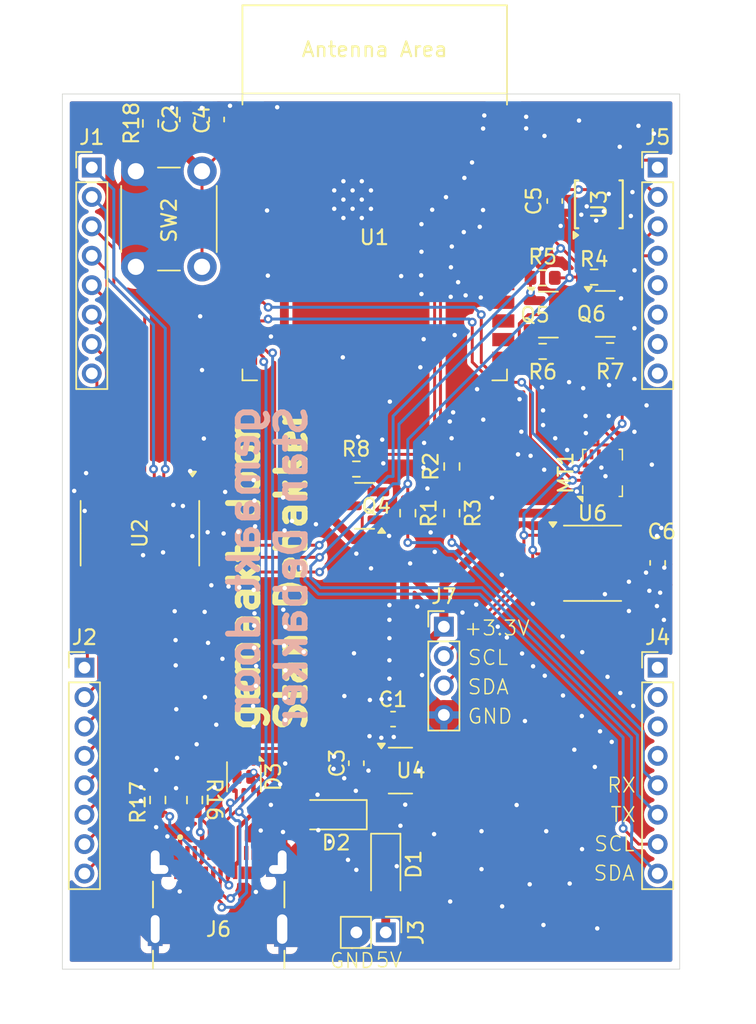
<source format=kicad_pcb>
(kicad_pcb (version 20241229) (generator "pcbnew") (generator_version "9.0")
  (layers (0 "F.Cu" signal) (2 "B.Cu" signal) (13 "F.Paste" user) (15 "B.Paste" user) (5 "F.SilkS" user "F.Silkscreen") (7 "B.SilkS" user "B.Silkscreen") (1 "F.Mask" user) (3 "B.Mask" user) (25 "Edge.Cuts" user))
  (net 0 "")
  (net 1 "GND")
  (net 2 "+3.3V")
  (net 3 "Net-(U1-EN{slash}CHIP_PU)")
  (net 4 "Net-(D1-K)")
  (net 5 "+5V")
  (net 6 "+5Vin")
  (net 7 "/D+")
  (net 8 "/D-")
  (net 9 "Net-(J1-Pin_8)")
  (net 10 "Net-(J1-Pin_6)")
  (net 11 "Net-(J1-Pin_2)")
  (net 12 "Net-(J1-Pin_5)")
  (net 13 "Net-(J1-Pin_4)")
  (net 14 "Net-(J1-Pin_1)")
  (net 15 "Net-(J1-Pin_7)")
  (net 16 "Net-(J1-Pin_3)")
  (net 17 "Net-(J2-Pin_3)")
  (net 18 "Net-(J2-Pin_4)")
  (net 19 "Net-(J2-Pin_5)")
  (net 20 "Net-(J2-Pin_2)")
  (net 21 "Net-(J2-Pin_6)")
  (net 22 "Net-(J2-Pin_7)")
  (net 23 "Net-(J2-Pin_1)")
  (net 24 "Net-(J2-Pin_8)")
  (net 25 "/RX")
  (net 26 "/TX")
  (net 27 "/SDA_{5V}")
  (net 31 "/SCL_{3.3V}")
  (net 35 "/SDA_{3.3V}")
  (net 36 "Net-(Q4-S)")
  (net 37 "/SCL_{5V}")
  (net 38 "Net-(U1-U0RXD{slash}GPIO17)")
  (net 60 "Net-(J5-Pin_4)")
  (net 63 "Net-(J5-Pin_2)")
  (net 66 "Net-(J5-Pin_3)")
  (net 67 "Net-(J5-Pin_1)")
  (net 75 "Net-(J6-CC1)")
  (net 76 "Net-(J6-CC2)")
  (footprint "Connector_PinHeader_2.00mm:PinHeader_1x08_P2.00mm_Vertical" (layer "F.Cu") (at 51.5 89)
    (property "Reference" "J2")
    (property "Value" "Conn_01x08_Pin" (hide yes))
  )
  (footprint "Capacitor_SMD:C_0603_1608Metric" (layer "F.Cu") (at 83.5 57.275 90)
    (property "Reference" "C5")
    (property "Value" "1µF")
  )
  (footprint "Resistor_SMD:R_0603_1608Metric" (layer "F.Cu") (at 56.49 98 -90)
    (property "Reference" "R17" (hide yes))
    (property "Value" "5.1k")
  )
  (footprint "Capacitor_SMD:C_0603_1608Metric" (layer "F.Cu") (at 58.5 51.725 -90)
    (property "Reference" "C2")
    (property "Value" "1µF")
  )
  (footprint "Resistor_SMD:R_0603_1608Metric" (layer "F.Cu") (at 87.2625 67.45 180)
    (property "Reference" "R7")
    (property "Value" "10K")
  )
  (footprint "PCM_Espressif:ESP32-C6-WROOM-1" (layer "F.Cu") (at 71.25 59.72)
    (property "Reference" "U1")
    (property "Value" "ESP32-C6-WROOM-1")
  )
  (footprint "Resistor_SMD:R_0603_1608Metric" (layer "F.Cu") (at 82.675 67.5)
    (property "Reference" "R6")
    (property "Value" "10K")
  )
  (footprint "Package_TO_SOT_SMD:Vishay_PowerPAK_SC70-6L_Dual" (layer "F.Cu") (at 62.35 96.425 -90)
    (property "Reference" "D3")
    (property "Value" "SMF05C.TCT" (hide yes))
  )
  (footprint "Capacitor_SMD:C_0603_1608Metric" (layer "F.Cu") (at 70 95.5 -90)
    (property "Reference" "C3")
    (property "Value" "1µF")
  )
  (footprint "Resistor_SMD:R_0603_1608Metric" (layer "F.Cu") (at 56 52 -90)
    (property "Reference" "R18")
    (property "Value" "10K")
  )
  (footprint "Resistor_SMD:R_0603_1608Metric" (layer "F.Cu") (at 76.5 75.325 90)
    (property "Reference" "R2")
    (property "Value" "20K")
  )
  (footprint "Resistor_SMD:R_0603_1608Metric" (layer "F.Cu") (at 73.5 78.5 -90)
    (property "Reference" "R1")
    (property "Value" "10K")
  )
  (footprint "Package_LGA:Bosch_LGA-14_3x2.5mm_P0.5mm" (layer "F.Cu") (at 86.75 75.7625 90)
    (property "Reference" "MT1")
    (property "Value" "ICM-42670-P" (hide yes))
  )
  (footprint "Capacitor_SMD:C_0603_1608Metric" (layer "F.Cu") (at 90.5 81.88 90)
    (property "Reference" "C6")
    (property "Value" "1µF")
  )
  (footprint "Package_TO_SOT_SMD:SOT-23" (layer "F.Cu") (at 83.0625 65)
    (property "Reference" "Q5")
    (property "Value" "MMBT7002K")
  )
  (footprint "Resistor_SMD:R_0603_1608Metric" (layer "F.Cu") (at 70 75.5 180)
    (property "Reference" "R8")
    (property "Value" "10K")
  )
  (footprint "Connector_PinHeader_2.00mm:PinHeader_1x08_P2.00mm_Vertical" (layer "F.Cu") (at 90.5 89)
    (property "Reference" "J4")
    (property "Value" "Conn_01x08_Pin")
  )
  (footprint "2216100001:MOLEX_2216100001" (layer "F.Cu") (at 60.635 106.775)
    (property "Reference" "J6")
    (property "Value" "2216100001")
  )
  (footprint "Resistor_SMD:R_0603_1608Metric" (layer "F.Cu") (at 86.175 62.45 180)
    (property "Reference" "R4")
    (property "Value" "10K")
  )
  (footprint "Diode_SMD:D_SOD-123F" (layer "F.Cu") (at 68.5 99 180)
    (property "Reference" "D2")
    (property "Value" "CMMSH1-60G TR PBFREE")
  )
  (footprint "Connector_PinHeader_2.00mm:PinHeader_1x08_P2.00mm_Vertical" (layer "F.Cu") (at 90.5 55)
    (property "Reference" "J5")
    (property "Value" "Conn_01x08_Pin")
  )
  (footprint "Package_TO_SOT_SMD:SOT-23" (layer "F.Cu") (at 86.9375 64.95)
    (property "Reference" "Q6")
    (property "Value" "MMBT7002K")
  )
  (footprint "Button_Switch_THT:SW_PUSH_6mm" (layer "F.Cu") (at 55 61.75 90)
    (property "Reference" "SW2")
    (property "Value" "SW_Push")
  )
  (footprint "Capacitor_SMD:C_0603_1608Metric" (layer "F.Cu") (at 60.495 51.735 -90)
    (property "Reference" "C4")
    (property "Value" "1µF")
  )
  (footprint "Package_SO:TSSOP-10_3x3mm_P0.5mm" (layer "F.Cu") (at 86.5 57.5 90)
    (property "Reference" "U3")
    (property "Value" "ADS1115IDGS")
  )
  (footprint "Connector_PinHeader_2.00mm:PinHeader_1x02_P2.00mm_Vertical" (layer "F.Cu") (at 72 107 -90)
    (property "Reference" "J3")
    (property "Value" "Conn_01x02_Pin")
  )
  (footprint "Package_TO_SOT_SMD:SOT-23-5" (layer "F.Cu") (at 73 96)
    (property "Reference" "U4")
    (property "Value" "TLV75733PDBV")
  )
  (footprint "Package_SO:SOIC-8-1EP_3.9x4.9mm_P1.27mm_EP2.29x3mm" (layer "F.Cu") (at 86.07 81.905)
    (property "Reference" "U6")
    (property "Value" "MLX90395KDC-BBA-101-RE")
  )
  (footprint "Package_SO:TSSOP-24_4.4x7.8mm_P0.65mm" (layer "F.Cu") (at 55.275 79.8625 -90)
    (property "Reference" "U2")
    (property "Value" "TCA9535DBR")
  )
  (footprint "Package_TO_SOT_SMD:SOT-23" (layer "F.Cu") (at 70.5625 78 180)
    (property "Reference" "Q4")
    (property "Value" "MMBT7002K")
  )
  (footprint "Diode_SMD:D_SOD-123F" (layer "F.Cu") (at 72 102.5 -90)
    (property "Reference" "D1")
    (property "Value" "CMMSH1-60G TR PBFREE")
  )
  (footprint "Resistor_SMD:R_0603_1608Metric" (layer "F.Cu") (at 82.675 62.5)
    (property "Reference" "R5")
    (property "Value" "10K")
  )
  (footprint "Connector_PinHeader_2.00mm:PinHeader_1x08_P2.00mm_Vertical" (layer "F.Cu") (at 52 55)
    (property "Reference" "J1")
    (property "Value" "Conn_01x08_Pin")
  )
  (footprint "Resistor_SMD:R_0603_1608Metric" (layer "F.Cu") (at 76.5 78.5 -90)
    (property "Reference" "R3")
    (property "Value" "10K")
  )
  (footprint "Connector_PinHeader_2.00mm:PinHeader_1x04_P2.00mm_Vertical" (layer "F.Cu") (at 75.955 86.215)
    (property "Reference" "J7")
    (property "Value" "Conn_01x04_Pin")
  )
  (footprint "Resistor_SMD:R_0603_1608Metric" (layer "F.Cu") (at 59 98 -90)
    (property "Reference" "R16" (hide yes))
    (property "Value" "5.1k" (hide yes))
  )
  (footprint "Capacitor_SMD:C_0603_1608Metric" (layer "F.Cu") (at 72.5 92.5 180)
    (property "Reference" "C1")
    (property "Value" "1µF")
  )
  (gr_line (start 50 109.5) (end 92 109.5) (stroke (width 0.05)) (layer "Edge.Cuts"))
  (gr_line (start 92 109.5) (end 92 50) (stroke (width 0.05)) (layer "Edge.Cuts"))
  (gr_line (start 92 50) (end 50 50) (stroke (width 0.05)) (layer "Edge.Cuts"))
  (gr_line (start 50 50) (end 50 109.5) (stroke (width 0.05)) (layer "Edge.Cuts"))
  (gr_text "GND\n" (at 77.505 92.895 0) (layer "F.SilkS") (effects (font (size 1 1) (thickness 0.1)) (justify left bottom)))
  (gr_text "SCL\n" (at 86.11 101.565 0) (layer "F.SilkS") (effects (font (size 1 1) (thickness 0.1)) (justify left bottom)))
  (gr_text "SDA" (at 86.07 103.565 0) (layer "F.SilkS") (effects (font (size 1 1) (thickness 0.1)) (justify left bottom)))
  (gr_text "RX\n" (at 86.995 97.58 0) (layer "F.SilkS") (effects (font (size 1 1) (thickness 0.1)) (justify left bottom)))
  (gr_text "TX\n" (at 87.23 99.58 0) (layer "F.SilkS") (effects (font (size 1 1) (thickness 0.1)) (justify left bottom)))
  (gr_text "R16" (at 60.345 97.965 -90) (layer "F.SilkS") (effects (font (size 1 1))))
  (gr_text "R17" (at 55.14 98.165 90) (layer "F.SilkS") (effects (font (size 1 1))))
  (gr_text "SCL" (at 77.515 88.905 0) (layer "F.SilkS") (effects (font (size 1 1) (thickness 0.1) (bold yes)) (justify left bottom)))
  (gr_text "GND\n" (at 68.13 109.51 0) (layer "F.SilkS") (effects (font (size 1 1) (thickness 0.1)) (justify left bottom)))
  (gr_text "SDA\n" (at 77.505 90.9 0) (layer "F.SilkS") (effects (font (size 1 1) (thickness 0.1)) (justify left bottom)))
  (gr_text "5V\n" (at 71.25 109.47 0) (layer "F.SilkS") (effects (font (size 1 1) (thickness 0.1)) (justify left bottom)))
  (gr_text "gemaakt door\nStan Debakker" (at 66.75 93.5 90) (layer "F.SilkS") (effects (font (size 2 2) (thickness 0.4) (bold yes)) (justify left bottom)))
  (gr_text "+3.3V" (at 77.265 86.895 0) (layer "F.SilkS") (effects (font (size 1 1) (thickness 0.1) (bold yes)) (justify left bottom)))
  (gr_text "gemaakt door\nStan Debakker" (at 66.75 71 90) (layer "B.SilkS") (effects (font (size 2 2) (thickness 0.4) (bold yes)) (justify left bottom mirror)))
  (segment (start 67.31 100.03) (end 67.26265 99.98265) (width 0.3) (layer "F.Cu") (net 1))
  (segment (start 65.56 106.17) (end 65.56 102.83) (width 2) (layer "F.Cu") (net 1))
  (segment (start 84.225 58.775) (end 84.095 58.775) (width 0.2) (layer "F.Cu") (net 1))
  (segment (start 52.050001 78.0875) (end 57.189168 78.0875) (width 0.3) (layer "F.Cu") (net 1))
  (segment (start 88.545 82.54) (end 89.71 82.54) (width 1) (layer "F.Cu") (net 1))
  (segment (start 57.55 77.94) (end 57.55 81.348332) (width 0.3) (layer "F.Cu") (net 1))
  (segment (start 67.784302 97.420698) (end 67.579302 97.420698) (width 0.3) (layer "F.Cu") (net 1))
  (segment (start 91.33 80) (end 91.33 75.375) (width 0.2) (layer "F.Cu") (net 1))
  (segment (start 83.6575 58.2075) (end 85.305 58.2075) (width 0.3) (layer "F.Cu") (net 1))
  (segment (start 63.26 102.95) (end 63.26 102.49) (width 0.3) (layer "F.Cu") (net 1))
  (segment (start 56.38 99.85) (end 56.38 100.31) (width 0.6) (layer "F.Cu") (net 1))
  (segment (start 56.315 102.225) (end 57.385 102.225) (width 0.6) (layer "F.Cu") (net 1))
  (segment (start 58.2 64.95) (end 55 61.75) (width 2) (layer "F.Cu") (net 1))
  (segment (start 57.56 102.75) (end 57.576726 102.75) (width 0.6) (layer "F.Cu") (net 1))
  (segment (start 71.345 57.88) (end 71.54 57.685) (width 0.3) (layer "F.Cu") (net 1))
  (segment (start 71.54 56.94) (end 71.54 57.685) (width 0.6) (layer "F.Cu") (net 1))
  (segment (start 68.475 95.05) (end 68.775 95.05) (width 0.6) (layer "F.Cu") (net 1))
  (segment (start 71.54 56.475) (end 70.995 55.93) (width 0.6) (layer "F.Cu") (net 1))
  (segment (start 70.995 55.93) (end 75.465 51.46) (width 0.3) (layer "F.Cu") (net 1))
  (segment (start 63.495 100.075) (end 64.955 101.535) (width 0.6) (layer "F.Cu") (net 1))
  (segment (start 71.7 92.525) (end 71.725 92.5) (width 0.6) (layer "F.Cu") (net 1))
  (segment (start 56.315 106.775) (end 56.331494 106.791494) (width 2) (layer "F.Cu") (net 1))
  (segment (start 61.405 50.8) (end 61.84 50.8) (width 0.6) (layer "F.Cu") (net 1))
  (segment (start 58.5 50.95) (end 57.48 50.95) (width 0.3) (layer "F.Cu") (net 1))
  (segment (start 71.795 55.93) (end 71.915 55.81) (width 0.3) (layer "F.Cu") (net 1))
  (segment (start 69.93 58.43) (end 70.55 59.05) (width 0.6) (layer "F.Cu") (net 1))
  (segment (start 56.315 102.225) (end 56.315 101.305) (width 0.6) (layer "F.Cu") (net 1))
  (segment (start 51.7 77.726668) (end 51.7 77) (width 0.3) (layer "F.Cu") (net 1))
  (segment (start 57.749999 75.79) (end 57.749999 64.499999) (width 0.3) (layer "F.Cu") (net 1))
  (segment (start 65.56 102.83) (end 64.955 102.225) (width 2) (layer "F.Cu") (net 1))
  (segment (start 87.615 84.005) (end 86.91 84.005) (width 0.6) (layer "F.Cu") (net 1))
  (segment (start 85.5 58.775) (end 85.525 58.75) (width 0.3) (layer "F.Cu") (net 1))
  (segment (start 88.92 62.945) (end 88.92 65.925) (width 0.2) (layer "F.Cu") (net 1))
  (segment (start 56.315 106.775) (end 55.71 106.17) (width 2) (layer "F.Cu") (net 1))
  (segment (start 91.2 81.955) (end 91.2 83.375) (width 0.6) (layer "F.Cu") (net 1))
  (segment (start 75.955 93.1725) (end 75.6375 93.49) (width 2) (layer "F.Cu") (net 1))
  (segment (start 57.145 100.885) (end 57.86 101.6) (width 0.6) (layer "F.Cu") (net 1))
  (segment (start 85.9175 58.2075) (end 86.315 58.605) (width 0.3) (layer "F.Cu") (net 1))
  (segment (start 75.955 92.215) (end 75.955 93.1725) (width 2) (layer "F.Cu") (net 1))
  (segment (start 72.27 91.12) (end 72.27 91.955) (width 0.6) (layer "F.Cu") (net 1))
  (segment (start 56.9 81.998332) (end 56.9 82.725) (width 0.3) (layer "F.Cu") (net 1))
  (segment (start 56.38 99.85) (end 56.52 99.85) (width 0.6) (layer "F.Cu") (net 1))
  (segment (start 90.385 84.75) (end 90.45 84.815) (width 0.6) (layer "F.Cu") (net 1))
  (segment (start 68.495 55.93) (end 70.995 58.43) (width 0.6) (layer "F.Cu") (net 1))
  (segment (start 57.189168 78.0875) (end 58.2 77.076668) (width 0.3) (layer "F.Cu") (net 1))
  (segment (start 89.935 83.775) (end 89.75 83.96) (width 0.6) (layer "F.Cu") (net 1))
  (segment (start 61.405 50.8) (end 61.405 51.13) (width 0.6) (layer "F.Cu") (net 1))
  (segment (start 61.405 50.8) (end 60.61 50.8) (width 0.6) (layer "F.Cu") (net 1))
  (segment (start 57.275 102.725) (end 57.61 102.39) (width 0.6) (layer "F.Cu") (net 1))
  (segment (start 75.955 92.215) (end 76.909594 92.215) (width 2) (layer "F.Cu") (net 1))
  (segment (start 67.525456 100.03) (end 67.31 100.03) (width 0.3) (layer "F.Cu") (net 1))
  (segment (start 57.55 77.735) (end 57.55 77) (width 0.3) (layer "F.Cu") (net 1))
  (segment (start 88.545 83.16) (end 88.545 83.81) (width 1) (layer "F.Cu") (net 1))
  (segment (start 91.33 81.825) (end 91.33 80) (width 0.2) (layer "F.Cu") (net 1))
  (segment (start 57.145 100.475) (end 57.145 102.335) (width 0.6) (layer "F.Cu") (net 1))
  (segment (start 88.545 82.54) (end 88.085 83) (width 0.6) (layer "F.Cu") (net 1))
  (segment (start 71.8625 96) (end 70.275 96) (width 0.6) (layer "F.Cu") (net 1))
  (segment (start 89.935 83.775) (end 89.3025 83.1425) (width 0.6) (layer "F.Cu") (net 1))
  (segment (start 75.465 51.46) (end 78.705 51.46) (width 0.3) (layer "F.Cu") (net 1))
  (segment (start 74.925 91.955) (end 74.925 91.836651) (width 2) (layer "F.Cu") (net 1))
  (segment (start 83.5 58.05) (end 83.6575 58.2075) (width 0.3) (layer "F.Cu") (net 1))
  (segment (start 68.495 55.93) (end 68 55.435) (width 0.6) (layer "F.Cu") (net 1))
  (segment (start 71.54 57.685) (end 71.54 59.01) (width 0.6) (layer "F.Cu") (net 1))
  (segment (start 56.615 102.725) (end 57.535 102.725) (width 0.6) (layer "F.Cu") (net 1))
  (segment (start 55 61.75) (end 55 55.25) (width 2) (layer "F.Cu") (net 1))
  (segment (start 69.175 94.23) (end 70.905 92.5) (width 0.3) (layer "F.Cu") (net 1))
  (segment (start 61.405 51.455) (end 61.4 51.46) (width 0.6) (layer "F.Cu") (net 1))
  (segment (start 56.615 102.725) (end 57.275 102.725) (width 0.6) (layer "F.Cu") (net 1))
  (segment (start 71.575 55.715) (end 71.575 55.275) (width 0.3) (layer "F.Cu") (net 1))
  (segment (start 71.54 59.01) (end 71.55 59.02) (width 0.6) (layer "F.Cu") (net 1))
  (segment (start 55.71 102.83) (end 56.315 102.225) (width 2) (layer "F.Cu") (net 1))
  (segment (start 69.91 55.93) (end 70.565 55.275) (width 0.6) (layer "F.Cu") (net 1))
  (segment (start 86.475 60.55) (end 85.525 60.55) (width 0.3) (layer "F.Cu") (net 1))
  (segment (start 70.55 59.05) (end 68.6 59.05) (width 0.6) (layer "F.Cu") (net 1))
  (segment (start 56.94 101.6) (end 57.86 101.6) (width 0.6) (layer "F.Cu") (net 1))
  (segment (start 71.8625 96) (end 70.825 96) (width 0.3) (layer "F.Cu") (net 1))
  (segment (start 88.56 85.15) (end 89.23 84.48) (width 0.6) (layer "F.Cu") (net 1))
  (segment (start 70.995 57.18) (end 70.995 57.53) (width 0.3) (layer "F.Cu") (net 1))
  (segment (start 86.5 60.525) (end 88.92 62.945) (width 0.2) (layer "F.Cu") (net 1))
  (segment (start 67.66 54.9) (end 67.66 58.71) (width 0.6) (layer "F.Cu") (net 1))
  (segment (start 75.955 92.215) (end 81.055 92.215) (width 2) (layer "F.Cu") (net 1))
  (segment (start 57.749999 64.499999) (end 55 61.75) (width 2) (layer "F.Cu") (net 1))
  (segment (start 84.095 58.775) (end 83.9 58.97) (width 0.2) (layer "F.Cu") (net 1))
  (segment (start 70.895 93.33) (end 71.725 92.5) (width 0.6) (layer "F.Cu") (net 1))
  (segment (start 86.5 59.65) (end 86.5 60.525) (width 0.3) (layer "F.Cu") (net 1))
  (segment (start 70 96.275) (end 69.175 95.45) (width 0.3) (layer "F.Cu") (net 1))
  (segment (start 56.315 101.305) (end 57.145 100.475) (width 0.6) (layer "F.Cu") (net 1))
  (segment (start 64.955 102.225) (end 67.13 100.05) (width 0.6) (layer "F.Cu") (net 1))
  (segment (start 86.949277 75.983589) (end 87.041411 75.983589) (width 0.3) (layer "F.Cu") (net 1))
  (segment (start 71.715 92.49) (end 71.725 92.5) (width 0.6) (layer "F.Cu") (net 1))
  (segment (start 70.995 58.43) (end 70.995 58.23) (width 0.3) (layer "F.Cu") (net 1))
  (segment (start 52.092501 78.13) (end 57.155 78.13) (width 0.3) (layer "F.Cu") (net 1))
  (segment (start 81 74.5) (end 83.525 77.025) (width 0.3) (layer "F.Cu") (net 1))
  (segment (start 57.5825 102.0275) (end 58.01 101.6) (width 0.2) (layer "F.Cu") (net 1))
  (segment (start 68.436802 99.118654) (end 67.525456 100.03) (width 0.3) (layer "F.Cu") (net 1))
  (segment (start 67.630698 97.910698) (end 68.274302 97.910698) (width 0.3) (layer "F.Cu") (net 1))
  (segment (start 69.745 58.43) (end 69.22 58.43) (width 0.6) (layer "F.Cu") (net 1))
  (segment (start 64.43 102.95) (end 64.655 102.725) (width 0.2) (layer "F.Cu") (net 1))
  (segment (start 55.71 102.83) (end 55.71 104.291494) (width 2) (layer "F.Cu") (net 1))
  (segment (start 72.545 93.715) (end 72.545 93.32) (width 0.6) (layer "F.Cu") (net 1))
  (segment (start 81.555 51.55) (end 80.09 51.55) (width 0.2) (layer "F.Cu") (net 1))
  (segment (start 90.5 82.655) (end 89.7 82.655) (width 1) (layer "F.Cu") (net 1))
  (segment (start 87.7625 75.7625) (end 87.170366 75.7625) (width 0.2) (layer "F.Cu") (net 1))
  (segment (start 57.55 77) (end 57.749999 76.800001) (width 0.3) (layer "F.Cu") (net 1))
  (segment (start 65.56 104.206676) (end 65.56 102.83) (width 2) (layer "F.Cu") (net 1))
  (segment (start 64.655 102.725) (end 63.485 102.725) (width 0.6) (layer "F.Cu") (net 1))
  (segment (start 89.935 83.22) (end 90.5 82.655) (width 0.6) (layer "F.Cu") (net 1))
  (segment (start 90.67 83.905) (end 91.2 83.375) (width 0.6) (layer "F.Cu") (net 1))
  (segment (start 71.52 59.05) (end 70.55 59.05) (width 0.6) (layer "F.Cu") (net 1))
  (segment (start 70.7 96.64) (end 70.7 96.125) (width 0.6) (layer "F.Cu") (net 1))
  (segment (start 64.63 101.6) (end 64.15 101.6) (width 0.6) (layer "F.Cu") (net 1))
  (segment (start 57.415 102.225) (end 57.86 101.78) (width 0.6) (layer "F.Cu") (net 1))
  (segment (start 85.525 58.75) (end 86.46 58.75) (width 0.3) (layer "F.Cu") (net 1))
  (segment (start 69.745 58.43) (end 70.995 57.18) (width 0.6) (layer "F.Cu") (net 1))
  (segment (start 75.955 92.215) (end 75.185 92.215) (width 2) (layer "F.Cu") (net 1))
  (segment (start 88.545 85.15) (end 88.545 85.455) (width 1) (layer "F.Cu") (net 1))
  (segment (start 69.175 95.45) (end 69.175 94.23) (width 0.3) (layer "F.Cu") (net 1))
  (segment (start 58.2 80.698332) (end 56.9 81.998332) (width 0.3) (layer "F.Cu") (net 1))
  (segment (start 87 87.1) (end 81.47 92.63) (width 0.2) (layer "F.Cu") (net 1))
  (segment (start 55.71 106.17) (end 55.71 102.83) (width 2) (layer "F.Cu") (net 1))
  (segment (start 63.495 100.075) (end 63.66 100.24) (width 0.6) (layer "F.Cu") (net 1))
  (segment (start 52.000001 78.0375) (end 51.7 77.737499) (width 0.2) (layer "F.Cu") (net 1))
  (segment (start 71.965 56.49) (end 71.965 58.815) (width 0.6) (layer "F.Cu") (net 1))
  (segment (start 80.09 51.55) (end 80 51.46) (width 0.2) (layer "F.Cu") (net 1))
  (segment (start 68.436802 98.073198) (end 68.436802 99.118654) (width 0.3) (layer "F.Cu") (net 1))
  (segment (start 67.5625 54.9975) (end 64.025 51.46) (width 0.6) (layer "F.Cu") (net 1))
  (segment (start 57.385 102.225) (end 57.5825 102.0275) (width 0.6) (layer "F.Cu") (net 1))
  (segment (start 64.655 101.625) (end 64.63 101.6) (width 0.6) (layer "F.Cu") (net 1))
  (segment (start 85.1 59.65) (end 85.375 59.65) (width 0.6) (layer "F.Cu") (net 1))
  (segment (start 86.315 58.605) (end 86.5 58.79) (width 0.3) (layer "F.Cu") (net 1))
  (segment (start 56.155 102.225) (end 56.315 102.225) (width 0.6) (layer "F.Cu") (net 1))
  (segment (start 89.23 84.48) (end 89.935 83.775) (width 0.6) (layer "F.Cu") (net 1))
  (segment (start 75.955 92.215) (end 76.63 92.89) (width 2) (layer "F.Cu") (net 1))
  (segment (start 87 87) (end 87 87.1) (width 0.2) (layer "F.Cu") (net 1))
  (segment (start 57.145 102.335) (end 57.56 102.75) (width 0.6) (layer "F.Cu") (net 1))
  (segment (start 58.5 50.95) (end 59.485 50.95) (width 0.3) (layer "F.Cu") (net 1))
  (segment (start 90.9525 82.2025) (end 91.33 81.825) (width 0.2) (layer "F.Cu") (net 1))
  (segment (start 65.313604 94.95) (end 67.784302 97.420698) (width 0.3) (layer "F.Cu") (net 1))
  (segment (start 89.75 83.96) (end 89.75 84.75) (width 0.6) (layer "F.Cu") (net 1))
  (segment (start 56.315 102.225) (end 57.415 102.225) (width 0.6) (layer "F.Cu") (net 1))
  (segment (start 88.4 85.15) (end 88.545 85.15) (width 0.6) (layer "F.Cu") (net 1))
  (segment (start 51.7 77.737499) (end 52.050001 78.0875) (width 0.3) (layer "F.Cu") (net 1))
  (segment (start 71.36 55.93) (end 71.575 55.715) (width 0.3) (layer "F.Cu") (net 1))
  (segment (start 57.48 50.95) (end 57.465 50.935) (width 0.3) (layer "F.Cu") (net 1))
  (segment (start 76.909594 92.215) (end 79.989582 89.135012) (width 2) (layer "F.Cu") (net 1))
  (segment (start 69.22 58.43) (end 68.6 59.05) (width 0.6) (layer "F.Cu") (net 1))
  (segment (start 89.215 84.48) (end 88.545 83.81) (width 0.6) (layer "F.Cu") (net 1))
  (segment (start 60.655 50.8) (end 60.495 50.96) (width 0.3) (layer "F.Cu") (net 1))
  (segment (start 58.2 77) (end 57.55 77) (width 0.3) (layer "F.Cu") (net 1))
  (segment (start 70.92 91.695) (end 71.725 92.5) (width 0.6) (layer "F.Cu") (net 1))
  (segment (start 70 103.77) (end 68.455 102.225) (width 2) (layer "F.Cu") (net 1))
  (segment (start 70.995 57.53) (end 71.345 57.88) (width 0.3) (layer "F.Cu") (net 1))
  (segment (start 83.83 58.38) (end 83.5 58.05) (width 0.6) (layer "F.Cu") (net 1))
  (segment (start 61.405 50.8) (end 60.655 50.8) (width 0.3) (layer "F.Cu") (net 1))
  (segment (start 69.175 96.52) (end 69.755 96.52) (width 0.6) (layer "F.Cu") (net 1))
  (segment (start 70.895 93.66) (end 71.59 93.66) (width 0.6) (layer "F.Cu") (net 1))
  (segment (start 87.625 84.375) (end 88.4 85.15) (width 0.6) (layer "F.Cu") (net 1))
  (segment (start 85.49 58.2075) (end 85.9175 58.2075) (width 0.3) (layer "F.Cu") (net 1))
  (segment (start 71.24 56.175) (end 71.915 56.175) (width 0.3) (layer "F.Cu") (net 1))
  (segment (start 56.315 102.225) (end 57.035 102.225) (width 0.2) (layer "F.Cu") (net 1))
  (segment (start 57.55 81.348332) (end 56.9 81.998332) (width 0.3) (layer "F.Cu") (net 1))
  (segment (start 68 55.435) (end 68.18 55.435) (width 0.6) (layer "F.Cu") (net 1))
  (segment (start 86.5 58.79) (end 86.5 59.65) (width 0.3) (layer "F.Cu") (net 1))
  (segment (start 68.18 55.435) (end 68.715 54.9) (width 0.6) (layer "F.Cu") (net 1))
  (segment (start 85.5 58.2175) (end 85.49 58.2075) (width 0.3) (layer "F.Cu") (net 1))
  (segment (start 62.35 95.5) (end 62.35 95.337501) (width 0.3) (layer "F.Cu") (net 1))
  (segment (start 71.575 55.275) (end 71.915 55.275) (width 0.6) (layer "F.Cu") (net 1))
  (segment (start 90.385 82.54) (end 90.5 82.655) (width 1) (layer "F.Cu") (net 1))
  (segment (start 90.67 83.905) (end 90.065 83.905) (width 0.6) (layer "F.Cu") (net 1))
  (segment (start 57.035 102.225) (end 57.76 102.95) (width 0.2) (layer "F.Cu") (net 1))
  (segment (start 64.935 106.795) (end 64.955 106.775) (width 2) (layer "F.Cu") (net 1))
  (segment (start 68.54 95.885) (end 69.175 96.52) (width 0.6) (layer "F.Cu") (net 1))
  (segment (start 72.27 91.955) (end 71.725 92.5) (width 0.6) (layer "F.Cu") (net 1))
  (segment (start 67.31 100.03) (end 67.33 100.05) (width 0.2) (layer "F.Cu") (net 1))
  (segment (start 56.885 102.725) (end 57.5825 102.0275) (width 0.6) (layer "F.Cu") (net 1))
  (segment (start 68.45 95.885) (end 69.61 95.885) (width 0.6) (layer "F.Cu") (net 1))
  (segment (start 85.5 58.775) (end 84.225 58.775) (width 0.3) (layer "F.Cu") (net 1))
  (segment (start 63.51 101.6) (end 64.33 101.6) (width 0.2) (layer "F.Cu") (net 1))
  (segment (start 88.545 82.54) (end 88.545 83.16) (width 1) (layer "F.Cu") (net 1))
  (segment (start 85.5 59.65) (end 85.5 58.775) (width 0.3) (layer "F.Cu") (net 1))
  (segment (start 63.66 102.09) (end 63.66 102.24) (width 0.6) (layer "F.Cu") (net 1))
  (segment (start 70 107) (end 65.14 107) (width 2) (layer "F.Cu") (net 1))
  (segment (start 56.9 81.987502) (end 56.9 82.725) (width 0.3) (layer "F.Cu") (net 1))
  (segment (start 85.5 60.525) (end 85.5 59.65) (width 0.3) (layer "F.Cu") (net 1))
  (segment (start 56.615 102.725) (end 56.885 102.725) (width 0.6) (layer "F.Cu") (net 1))
  (segment (start 70.895 93.66) (end 70.895 93.33) (width 0.6) (layer "F.Cu") (net 1))
  (segment (start 67.784302 97.420698) (end 68.274302 97.910698) (width 0.3) (layer "F.Cu") (net 1))
  (segment (start 70.995 58.23) (end 71.345 57.88) (width 0.3) (layer "F.Cu") (net 1))
  (segment (start 63.485 102.725) (end 63.41 102.8) (width 0.6) (layer "F.Cu") (net 1))
  (segment (start 88.92 65.925) (end 88.92 69.38) (width 0.2) (layer "F.Cu") (net 1))
  (segment (start 65.01 100.25) (end 63.66 101.6) (width 0.6) (layer "F.Cu") (net 1))
  (segment (start 58.2 77) (end 58.2 75.775) (width 0.3) (layer "F.Cu") (net 1))
  (segment (start 57.145 102.115) (end 57.035 102.225) (width 0.6) (layer "F.Cu") (net 1))
  (segment (start 68.715 54.9) (end 69.745 55.93) (width 0.6) (layer "F.Cu") (net 1))
  (segment (start 63.66 100.24) (end 63.66 101.6) (width 0.6) (layer "F.Cu") (net 1))
  (segment (start 70.995 55.93) (end 70.995 56.395) (width 0.3) (layer "F.Cu") (net 1))
  (segment (start 57.155 78.13) (end 57.55 77.735) (width 0.3) (layer "F.Cu") (net 1))
  (segment (start 89.23 84.48) (end 89.215 84.48) (width 0.6) (layer "F.Cu") (net 1))
  (segment (start 72.545 93.32) (end 71.725 92.5) (width 0.6) (layer "F.Cu") (net 1))
  (segment (start 63.51 102.24) (end 63.51 101.6) (width 0.3) (layer "F.Cu") (net 1))
  (segment (start 76.63 92.89) (end 76.63 98.98) (width 2) (layer "F.Cu") (net 1))
  (segment (start 70.92 91.2) (end 70.92 91.695) (width 0.6) (layer "F.Cu") (net 1))
  (segment (start 51.7 77.737499) (end 52.092501 78.13) (width 0.3) (layer "F.Cu") (net 1))
  (segment (start 55.028749 80.116251) (end 52.949999 78.0375) (width 0.2) (layer "F.Cu") (net 1))
  (segment (start 90.065 83.905) (end 89.935 83.775) (width 0.6) (layer "F.Cu") (net 1))
  (segment (start 70.7 96.125) (end 70.825 96) (width 0.6) (layer "F.Cu") (net 1))
  (segment (start 91.33 75.375) (end 88.92 72.965) (width 0.2) (layer "F.Cu") (net 1))
  (segment (start 68.775 95.05) (end 70 96.275) (width 0.6) (layer "F.Cu") (net 1))
  (segment (start 52.999999 78.0875) (end 52.060832 78.0875) (width 0.3) (layer "F.Cu") (net 1))
  (segment (start 87.255 84.005) (end 87.625 84.375) (width 0.6) (layer "F.Cu") (net 1))
  (segment (start 68.715 54.9) (end 67.66 54.9) (width 0.6) (layer "F.Cu") (net 1))
  (segment (start 68.495 55.93) (end 68.715 55.71) (width 0.6) (layer "F.Cu") (net 1))
  (segment (start 85.125 86.875) (end 84.035 86.875) (width 0.6) (layer "F.Cu") (net 1))
  (segment (start 87.75 83.87) (end 87.615 84.005) (width 0.6) (layer "F.Cu") (net 1))
  (segment (start 68.595 55.93) (end 69.46 55.065) (width 0.6) (layer "F.Cu") (net 1))
  (segment (start 68.495 55.93) (end 68.595 55.93) (width 0.6) (layer "F.Cu") (net 1))
  (segment (start 70.995 55.93) (end 69.745 57.18) (width 0.6) (layer "F.Cu") (net 1))
  (segment (start 57.76 102.375) (end 58.01 102.125) (width 0.3) (layer "F.Cu") (net 1))
  (segment (start 89.71 82.54) (end 90.385 82.54) (width 1) (layer "F.Cu") (net 1))
  (segment (start 86.91 84.005) (end 87.255 84.005) (width 0.6) (layer "F.Cu") (net 1))
  (segment (start 88.545 83.16) (end 88.545 83.455) (width 0.6) (layer "F.Cu") (net 1))
  (segment (start 89.3025 83.1425) (end 89.3025 83.0525) (width 0.6) (layer "F.Cu") (net 1))
  (segment (start 68.495 58.43) (end 70.995 55.93) (width 0.6) (layer "F.Cu") (net 1))
  (segment (start 71.915 55.81) (end 71.915 55.275) (width 0.6) (layer "F.Cu") (net 1))
  (segment (start 70.995 55.93) (end 71.36 55.93) (width 0.3) (layer "F.Cu") (net 1))
  (segment (start 68.455 102.225) (end 64.955 102.225) (width 2) (layer "F.Cu") (net 1))
  (segment (start 71.915 56.175) (end 71.915 55.81) (width 0.6) (layer "F.Cu") (net 1))
  (segment (start 69.67 55.275) (end 70.565 55.275) (width 0.6) (layer "F.Cu") (net 1))
  (segment (start 87.041411 75.983589) (end 87.7625 75.2625) (width 0.3) (layer "F.Cu") (net 1))
  (segment (start 90.545 83.375) (end 91.2 83.375) (width 0.6) (layer "F.Cu") (net 1))
  (segment (start 69.965 97.31) (end 69.175 96.52) (width 0.6) (layer "F.Cu") (net 1))
  (segment (start 61.735 51.46) (end 61.4 51.46) (width 0.6) (layer "F.Cu") (net 1))
  (segment (start 87.75 83) (end 87.75 83.87) (width 0.6) (layer "F.Cu") (net 1))
  (segment (start 69.965 97.375) (end 70.7 96.64) (width 0.6) (layer "F.Cu") (net 1))
  (segment (start 67.579302 97.420698) (end 67.36 97.64) (width 0.3) (layer "F.Cu") (net 1))
  (segment (start 70.995 56.395) (end 71.54 56.94) (width 0.3) (layer "F.Cu") (net 1))
  (segment (start 89.7 82.655) (end 89.3025 83.0525) (width 1) (layer "F.Cu") (net 1))
  (segment (start 76.5 74.5) (end 81 74.5) (width 0.3) (layer "F.Cu") (net 1))
  (segment (start 70.275 96) (end 70 96.275) (width 0.6) (layer "F.Cu") (net 1))
  (segment (start 84.565 59.115) (end 85.1 59.65) (width 0.6) (layer "F.Cu") (net 1))
  (segment (start 78.705 51.46) (end 80 51.46) (width 0.3) (layer "F.Cu") (net 1))
  (segment (start 57.535 102.725) (end 57.56 102.75) (width 0.6) (layer "F.Cu") (net 1))
  (segment (start 61.05 51.46) (end 60.5 50.91) (width 0.6) (layer "F.Cu") (net 1))
  (segment (start 67.36 97.64) (end 67.630698 97.910698) (width 0.3) (layer "F.Cu") (net 1))
  (segment (start 69.965 97.375) (end 69.965 97.31) (width 0.6) (layer "F.Cu") (net 1))
  (segment (start 65.14 107) (end 64.935 106.795) (width 2) (layer "F.Cu") (net 1))
  (segment (start 57.76 102.95) (end 57.76 102.375) (width 0.1) (layer "F.Cu") (net 1))
  (segment (start 57.86 101.78) (end 57.86 101.6) (width 0.6) (layer "F.Cu") (net 1))
  (segment (start 56.38 100.31) (end 55.31 101.38) (width 0.6) (layer "F.Cu") (net 1))
  (segment (start 70.995 57.18) (end 71.035 57.18) (width 0.3) (layer "F.Cu") (net 1))
  (segment (start 89.935 83.775) (end 89.935 82.765) (width 0.6) (layer "F.Cu") (net 1))
  (segment (start 86.5 60.525) (end 86.475 60.55) (width 0.3) (layer "F.Cu") (net 1))
  (segment (start 85 77.025) (end 83.525 77.025) (width 0.3) (layer "F.Cu") (net 1))
  (segment (start 68.495 57.18) (end 69.745 55.93) (width 0.6) (layer "F.Cu") (net 1))
  (segment (start 58.2 77.076668) (end 58.2 77) (width 0.3) (layer "F.Cu") (net 1))
  (segment (start 70.905 92.5) (end 71.725 92.5) (width 0.3) (layer "F.Cu") (net 1))
  (segment (start 56.52 99.85) (end 57.145 100.475) (width 0.6) (layer "F.Cu") (net 1))
  (segment (start 71.965 58.815) (end 71.945 58.835) (width 0.6) (layer "F.Cu") (net 1))
  (segment (start 63.41 102.8) (end 63.41 102.95) (width 0.6) (layer "F.Cu") (net 1))
  (segment (start 57.145 100.475) (end 57.145 100.885) (width 0.6) (layer "F.Cu") (net 1))
  (segment (start 67.66 54.9) (end 67.5625 54.9975) (width 0.6) (layer "F.Cu") (net 1))
  (segment (start 58.2 77) (end 58.2 78.01) (width 0.3) (layer "F.Cu") (net 1))
  (segment (start 60.46 50.95) (end 60.5 50.91) (width 0.3) (layer "F.Cu") (net 1))
  (segment (start 89.75 84.75) (end 90.385 84.75) (width 0.6) (layer "F.Cu") (net 1))
  (segment (start 67.66 58.71) (end 68 59.05) (width 0.6) (layer "F.Cu") (net 1))
  (segment (start 64.955 101.545) (end 64.955 102.225) (width 0.6) (layer "F.Cu") (net 1))
  (segment (start 71.55 59.02) (end 71.52 59.05) (width 0.6) (layer "F.Cu") (net 1))
  (segment (start 71.915 58.805) (end 71.915 56.175) (width 0.6) (layer "F.Cu") (net 1))
  (segment (start 71.54 56.545) (end 71.54 56.475) (width 0.6) (layer "F.Cu") (net 1))
  (segment (start 85.525 60.55) (end 85.5 60.525) (width 0.3) (layer "F.Cu") (net 1))
  (segment (start 64.33 101.6) (end 64.955 102.225) (width 0.2) (layer "F.Cu") (net 1))
  (segment (start 68.274302 97.910698) (end 68.436802 98.073198) (width 0.3) (layer "F.Cu") (net 1))
  (segment (start 51.7 77.737499) (end 51.7 77) (width 0.2) (layer "F.Cu") (net 1))
  (segment (start 70 107) (end 70 103.77) (width 2) (layer "F.Cu") (net 1))
  (segment (start 88.545 83.455) (end 87.625 84.375) (width 0.6) (layer "F.Cu") (net 1))
  (segment (start 76.63 98.98) (end 75.29 100.32) (width 2) (layer "F.Cu") (net 1))
  (segment (start 64.15 101.6) (end 63.66 102.09) (width 0.6) (layer "F.Cu") (net 1))
  (segment (start 69.745 55.93) (end 70.995 57.18) (width 0.6) (layer "F.Cu") (net 1))
  (segment (start 57.55 77) (end 57.55 77.94) (width 0.3) (layer "F.Cu") (net 1))
  (segment (start 62.35 95.337501) (end 62.737501 94.95) (width 0.3) (layer "F.Cu") (net 1))
  (segment (start 56.9 81.987501) (end 52.999999 78.0875) (width 0.3) (layer "F.Cu") (net 1))
  (segment (start 56.331494 106.791494) (end 62.975182 106.791494) (width 2) (layer "F.Cu") (net 1))
  (segment (start 60.61 50.8) (end 60.5 50.91) (width 0.6) (layer "F.Cu") (net 1))
  (segment (start 62.737501 94.95) (end 65.313604 94.95) (width 0.3) (layer "F.Cu") (net 1))
  (segment (start 85.5 59.65) (end 85.1 59.65) (width 0.3) (layer "F.Cu") (net 1))
  (segment (start 85.5 59.65) (end 85.5 58.2175) (width 0.3) (layer "F.Cu") (net 1))
  (segment (start 71.54 56.545) (end 71.91 56.545) (width 0.6) (layer "F.Cu") (net 1))
  (segment (start 58.2 75.775) (end 58.2 64.95) (width 0.3) (layer "F.Cu") (net 1))
  (segment (start 68.495 57.18) (end 69.745 58.43) (width 0.6) (layer "F.Cu") (net 1))
  (segment (start 68 55.435) (end 67.5625 54.9975) (width 0.6) (layer "F.Cu") (net 1))
  (segment (start 69.745 55.93) (end 69.91 55.93) (width 0.6) (layer "F.Cu") (net 1))
  (segment (start 64.955 101.535) (end 64.955 102.225) (width 0.6) (layer "F.Cu") (net 1))
  (segment (start 61.405 51.13) (end 61.735 51.46) (width 0.6) (layer "F.Cu") (net 1))
  (segment (start 69.61 95.885) (end 70 96.275) (width 0.6) (layer "F.Cu") (net 1))
  (segment (start 88.545 85.455) (end 87 87) (width 1) (layer "F.Cu") (net 1))
  (segment (start 85.305 58.2075) (end 85.49 58.2075) (width 0.3) (layer "F.Cu") (net 1))
  (segment (start 63.26 102.49) (end 63.51 102.24) (width 0.3) (layer "F.Cu") (net 1))
  (segment (start 52.060832 78.0875) (end 51.7 77.726668) (width 0.3) (layer "F.Cu") (net 1))
  (segment (start 57.749999 76.800001) (end 57.749999 75.79) (width 0.3) (layer "F.Cu") (net 1))
  (segment (start 88.545 83.81) (end 88.545 85.15) (width 1) (layer "F.Cu") (net 1))
  (segment (start 71.7 93.77) (end 71.7 92.525) (width 0.6) (layer "F.Cu") (net 1))
  (segment (start 65.381662 102.381662) (end 64.998338 102.381662) (width 2) (layer "F.Cu") (net 1))
  (segment (start 84.9525 59.5025) (end 84.565 59.115) (width 0.6) (layer "F.Cu") (net 1))
  (segment (start 88.545 85.15) (end 88.56 85.15) (width 0.6) (layer "F.Cu") (net 1))
  (segment (start 84.225 58.775) (end 83.83 58.38) (width 0.3) (layer "F.Cu") (net 1))
  (segment (start 55.028749 80.116251) (end 56.9 81.987502) (width 0.3) (layer "F.Cu") (net 1))
  (segment (start 81.055 92.215) (end 81.47 92.63) (width 2) (layer "F.Cu") (net 1))
  (segment (start 69.965 96.31) (end 70 96.275) (width 0.6) (layer "F.Cu") (net 1))
  (segment (start 87.625 84.375) (end 85.125 86.875) (width 0.6) (layer "F.Cu") (net 1))
  (segment (start 70 107) (end 65.381662 102.381662) (width 2) (layer "F.Cu") (net 1))
  (segment (start 75.185 92.215) (end 74.925 91.955) (width 2) (layer "F.Cu") (net 1))
  (segment (start 69.755 96.52) (end 70 96.275) (width 0.6) (layer "F.Cu") (net 1))
  (segment (start 67.13 100.05) (end 67.31 100.05) (width 0.6) (layer "F.Cu") (net 1))
  (segment (start 70.565 55.275) (end 71.575 55.275) (width 0.6) (layer "F.Cu") (net 1))
  (segment (start 70.995 55.93) (end 69.745 55.93) (width 0.6) (layer "F.Cu") (net 1))
  (segment (start 57.145 100.475) (end 57.145 102.115) (width 0.6) (layer "F.Cu") (net 1))
  (segment (start 88.085 83) (end 87.75 83) (width 0.6) (layer "F.Cu") (net 1))
  (segment (start 70.825 96) (end 70.275 96) (width 0.3) (layer "F.Cu") (net 1))
  (segment (start 55.31 101.38) (end 56.155 102.225) (width 0.6) (layer "F.Cu") (net 1))
  (segment (start 89.935 83.775) (end 89.935 83.22) (width 0.6) (layer "F.Cu") (net 1))
  (segment (start 61.405 50.8) (end 61.405 51.455) (width 0.6) (layer "F.Cu") (net 1))
  (segment (start 56.94 101.6) (end 56.315 102.225) (width 0.2) (layer "F.Cu") (net 1))
  (segment (start 71.945 58.835) (end 71.915 58.805) (width 0.6) (layer "F.Cu") (net 1))
  (segment (start 71.59 93.66) (end 71.7 93.77) (width 0.6) (layer "F.Cu") (net 1))
  (segment (start 90.5 82.655) (end 91.2 81.955) (width 0.6) (layer "F.Cu") (net 1))
  (segment (start 65.25 101.25) (end 64.955 101.545) (width 0.6) (layer "F.Cu") (net 1))
  (segment (start 64.955 106.775) (end 65.56 106.17) (width 2) (layer "F.Cu") (net 1))
  (segment (start 88.92 69.38) (end 88.92 72.965) (width 0.2) (layer "F.Cu") (net 1))
  (segment (start 71.715 91.145) (end 71.715 92.49) (width 0.6) (layer "F.Cu") (net 1))
  (segment (start 58.2 78.01) (end 58.2 80.698332) (width 0.3) (layer "F.Cu") (net 1))
  (segment (start 52.949999 78.0375) (end 52.000001 78.0375) (width 0.2) (layer "F.Cu") (net 1))
  (segment (start 62.5 51.46) (end 61.735 51.46) (width 0.6) (layer "F.Cu") (net 1))
  (segment (start 61.4 51.46) (end 61.05 51.46) (width 0.6) (layer "F.Cu") (net 1))
  (segment (start 67.33 100.05) (end 67.41265 100.05) (width 0.2) (layer "F.Cu") (net 1))
  (segment (start 86 77.025) (end 85 77.025) (width 0.3) (layer "F.Cu") (net 1))
  (segment (start 69.46 55.065) (end 69.67 55.275) (width 0.6) (layer "F.Cu") (net 1))
  (segment (start 64.025 51.46) (end 62.5 51.46) (width 0.6) (layer "F.Cu") (net 1))
  (segment (start 56.9 82.725) (end 56.9 81.987501) (width 0.3) (layer "F.Cu") (net 1))
  (segment (start 68 59.05) (end 68 55.435) (width 0.6) (layer "F.Cu") (net 1))
  (segment (start 58.01 102.125) (end 58.01 101.6) (width 0.1) (layer "F.Cu") (net 1))
  (segment (start 68.45 95.885) (end 68.54 95.885) (width 0.6) (layer "F.Cu") (net 1))
  (segment (start 71.91 56.545) (end 71.965 56.49) (width 0.6) (layer "F.Cu") (net 1))
  (segment (start 71.035 57.18) (end 71.54 57.685) (width 0.3) (layer "F.Cu") (net 1))
  (segment (start 65.01 100.175) (end 65.01 101.01) (width 0.6) (layer "F.Cu") (net 1))
  (segment (start 89.3025 83.0525) (end 88.545 83.81) (width 1) (layer "F.Cu") (net 1))
  (segment (start 87.170366 75.7625) (end 86.949277 75.983589) (width 0.2) (layer "F.Cu") (net 1))
  (segment (start 57.61 102.39) (end 57.61 102.025) (width 0.6) (layer "F.Cu") (net 1))
  (segment (start 59.485 50.95) (end 60.46 50.95) (width 0.3) (layer "F.Cu") (net 1))
  (segment (start 87.7625 75.7625) (end 87.7625 75.2625) (width 0.2) (layer "F.Cu") (net 1))
  (segment (start 79.989582 89.135012) (end 79.989582 86.584582) (width 2) (layer "F.Cu") (net 1))
  (segment (start 70.995 55.93) (end 71.795 55.93) (width 0.3) (layer "F.Cu") (net 1))
  (segment (start 62.975182 106.791494) (end 65.56 104.206676) (width 2) (layer "F.Cu") (net 1))
  (segment (start 89.71 82.54) (end 90.545 83.375) (width 0.6) (layer "F.Cu") (net 1))
  (segment (start 69.745 58.43) (end 69.93 58.43) (width 0.6) (layer "F.Cu") (net 1))
  (segment (start 55.71 104.291494) (end 58.213506 106.795) (width 2) (layer "F.Cu") (net 1))
  (segment (start 70.995 55.93) (end 71.24 56.175) (width 0.3) (layer "F.Cu") (net 1))
  (segment (start 86.46 58.75) (end 86.5 58.79) (width 0.3) (layer "F.Cu") (net 1))
  (segment (start 64.655 102.725) (end 64.655 101.625) (width 0.6) (layer "F.Cu") (net 1))
  (segment (start 89.935 82.765) (end 89.71 82.54) (width 0.6) (layer "F.Cu") (net 1))
  (segment (start 90.5 82.655) (end 90.9525 82.2025) (width 0.2) (layer "F.Cu") (net 1))
  (segment (start 71.54 56.545) (end 71.54 56.94) (width 0.6) (layer "F.Cu") (net 1))
  (segment (start 69.965 97.375) (end 69.965 96.31) (width 0.6) (layer "F.Cu") (net 1))
  (segment (start 58.01 101.6) (end 56.94 101.6) (width 0.2) (layer "F.Cu") (net 1))
  (segment (start 85.1 59.65) (end 84.9525 59.5025) (width 0.3) (layer "F.Cu") (net 1))
  (segment (start 65.01 101.01) (end 65.25 101.25) (width 0.6) (layer "F.Cu") (net 1))
  (segment (start 84.565 59.115) (end 83.83 58.38) (width 0.6) (layer "F.Cu") (net 1))
  (segment (start 68.6 59.05) (end 68 59.05) (width 0.6) (layer "F.Cu") (net 1))
  (segment (start 58.213506 106.795) (end 64.935 106.795) (width 2) (layer "F.Cu") (net 1))
  (segment (start 61.84 50.8) (end 62.5 51.46) (width 0.6) (layer "F.Cu") (net 1))
  (segment (start 68.715 55.71) (end 68.715 54.9) (width 0.6) (layer "F.Cu") (net 1))
  (segment (start 65.01 100.175) (end 65.01 100.25) (width 0.6) (layer "F.Cu") (net 1))
  (via (at 87.375 94.05) (size 0.6) (drill 0.3) (layers "F.Cu" "B.Cu") (net 1))
  (via (at 63.045 86.145) (size 0.6) (drill 0.3) (layers "F.Cu" "B.Cu") (net 1))
  (via (at 86.58 93.33) (size 0.6) (drill 0.3) (layers "F.Cu" "B.Cu") (net 1))
  (via (at 67.36 97.64) (size 0.6) (drill 0.3) (layers "F.Cu" "B.Cu") (net 1))
  (via (at 81.275 88.04) (size 0.6) (drill 0.3) (layers "F.Cu" "B.Cu") (net 1))
  (via (at 78.515 100.12) (size 0.6) (drill 0.3) (layers "F.Cu" "B.Cu") (net 1))
  (via (at 63 93.02) (size 0.6) (drill 0.3) (layers "F.Cu" "B.Cu") (net 1))
  (via (at 72.25 85.75) (size 0.6) (drill 0.3) (layers "F.Cu" "B.Cu") (net 1))
  (via (at 78.465 63.835) (size 0.6) (drill 0.3) (layers "F.Cu" "B.Cu") (net 1))
  (via (at 57.55 77.94) (size 0.6) (drill 0.3) (layers "F.Cu" "B.Cu") (net 1))
  (via (at 64.19 66.49) (size 0.6) (drill 0.3) (layers "F.Cu" "B.Cu") (net 1))
  (via (at 61.305 83.485) (size 0.6) (drill 0.3) (layers "F.Cu" "B.Cu") (net 1))
  (via (at 75.335 81.13) (size 0.6) (drill 0.3) (layers "F.Cu" "B.Cu") (net 1))
  (via (at 90.9525 82.2025) (size 0.6) (drill 0.3) (layers "F.Cu" "B.Cu") (net 1))
  (via (at 65.115 79.675) (size 0.6) (drill 0.3) (layers "F.Cu" "B.Cu") (net 1))
  (via (at 85.34 92.29) (size 0.6) (drill 0.3) (layers "F.Cu" "B.Cu") (net 1))
  (via (at 88.92 69.38) (size 0.6) (drill 0.3) (layers "F.Cu" "B.Cu") (net 1))
  (via (at 74.15 84.85) (size 0.6) (drill 0.3) (layers "F.Cu" "B.Cu") (net 1))
  (via (at 69.12 57.18) (size 0.6) (drill 0.3) (layers "F.Cu" "B.Cu") (net 1))
  (via (at 85.675 57.64) (size 0.6) (drill 0.3) (layers "F.Cu" "B.Cu") (net 1))
  (via (at 79.62 86.215) (size 0.6) (drill 0.3) (layers "F.Cu" "B.Cu") (net 1))
  (via (at 64.615 50.9) (size 0.6) (drill 0.3) (layers "F.Cu" "B.Cu") (net 1))
  (via (at 59.135 94.21) (size 0.6) (drill 0.3) (layers "F.Cu" "B.Cu") (net 1))
  (via (at 61.075 77.055) (size 0.6) (drill 0.3) (layers "F.Cu" "B.Cu") (net 1))
  (via (at 89.745 71.17) (size 0.6) (drill 0.3) (layers "F.Cu" "B.Cu") (net 1))
  (via (at 62.035 83.545) (size 0.6) (drill 0.3) (layers "F.Cu" "B.Cu") (net 1))
  (via (at 82.78 75.545) (size 0.6) (drill 0.3) (layers "F.Cu" "B.Cu") (net 1))
  (via (at 84.83 94.58) (size 0.6) (drill 0.3) (layers "F.Cu" "B.Cu") (net 1))
  (via (at 78.395 59.03) (size 0.6) (drill 0.3) (layers "F.Cu" "B.Cu") (net 1))
  (via (at 74.355 68.58) (size 0.6) (drill 0.3) (layers "F.Cu" "B.Cu") (net 1))
  (via (at 65.015 77.435) (size 0.6) (drill 0.3) (layers "F.Cu" "B.Cu") (net 1))
  (via (at 61.405 50.8) (size 0.6) (drill 0.3) (layers "F.Cu" "B.Cu") (net 1))
  (via (at 61.97 79.775) (size 0.6) (drill 0.3) (layers "F.Cu" "B.Cu") (net 1))
  (via (at 59.68 85.21) (size 0.6) (drill 0.3) (layers "F.Cu" "B.Cu") (net 1))
  (via (at 63.98 62.35) (size 0.6) (drill 0.3) (layers "F.Cu" "B.Cu") (net 1))
  (via (at 63.165 104.25) (size 0.6) (drill 0.3) (layers "F.Cu" "B.Cu") (net 1))
  (via (at 74.61 73.72) (size 0.6) (drill 0.3) (layers "F.Cu" "B.Cu") (net 1))
  (via (at 59.5 68.77) (size 0.6) (drill 0.3) (layers "F.Cu" "B.Cu") (net 1))
  (via (at 86.39 106.73) (size 0.6) (drill 0.3) (layers "F.Cu" "B.Cu") (net 1))
  (via (at 72.25 88.5) (size 0.6) (drill 0.3) (layers "F.Cu" "B.Cu") (net 1))
  (via (at 56.85 81.165) (size 0.6) (drill 0.3) (layers "F.Cu" "B.Cu") (net 1))
  (via (at 63.015 83.715) (size 0.6) (drill 0.3) (layers "F.Cu" "B.Cu") (net 1))
  (via (at 55.49 81.355) (size 0.6) (drill 0.3) (layers "F.Cu" "B.Cu") (net 1))
  (via (at 76.925 62.795) (size 0.6) (drill 0.3) (layers "F.Cu" "B.Cu") (net 1))
  (via (at 57.985 104.215) (size 0.6) (drill 0.3) (layers "F.Cu" "B.Cu") (net 1))
  (via (at 74.41 62.33) (size 0.6) (drill 0.3) (layers "F.Cu" "B.Cu") (net 1))
  (via (at 79.92 105.23) (size 0.6) (drill 0.3) (layers "F.Cu" "B.Cu") (net 1))
  (via (at 60.89 88.4) (size 0.6) (drill 0.3) (layers "F.Cu" "B.Cu") (net 1))
  (via (at 63.115 79.395) (size 0.6) (drill 0.3) (layers "F.Cu" "B.Cu") (net 1))
  (via (at 63.015 76.255) (size 0.6) (drill 0.3) (layers "F.Cu" "B.Cu") (net 1))
  (via (at 86.91 84.005) (size 0.6) (drill 0.3) (layers "F.Cu" "B.Cu") (net 1))
  (via (at 63.17 90.24) (size 0.6) (drill 0.3) (layers "F.Cu" "B.Cu") (net 1))
  (via (at 78.705 51.46) (size 0.6) (drill 0.3) (layers "F.Cu" "B.Cu") (net 1))
  (via (at 63.045 87.645) (size 0.6) (drill 0.3) (layers "F.Cu" "B.Cu") (net 1))
  (via (at 78.515 102.7) (size 0.6) (drill 0.3) (layers "F.Cu" "B.Cu") (net 1))
  (via (at 87.96 90.725) (size 0.6) (drill 0.3) (layers "F.Cu" "B.Cu") (net 1))
  (via (at 83.9 58.97) (size 0.6) (drill 0.3) (layers "F.Cu" "B.Cu") (net 1))
  (via (at 70.37 57.18) (size 0.6) (drill 0.3) (layers "F.Cu" "B.Cu") (net 1))
  (via (at 76.42 63.79) (size 0.6) (drill 0.3) (layers "F.Cu" "B.Cu") (net 1))
  (via (at 68.45 95.885) (size 0.6) (drill 0.3) (layers "F.Cu" "B.Cu") (net 1))
  (via (at 84.475 69.59) (size 0.6) (drill 0.3) (layers "F.Cu" "B.Cu") (net 1))
  (via (at 77.435 63.69) (size 0.6) (drill 0.3) (layers "F.Cu" "B.Cu") (net 1))
  (via (at 65.17 92.56) (size 0.6) (drill 0.3) (layers "F.Cu" "B.Cu") (net 1))
  (via (at 70.92 91.2) (size 0.6) (drill 0.3) (layers "F.Cu" "B.Cu") (net 1))
  (via (at 84.345 74.205) (size 0.6) (drill 0.3) (layers "F.Cu" "B.Cu") (net 1))
  (via (at 71.715 91.145) (size 0.6) (drill 0.3) (layers "F.Cu" "B.Cu") (net 1))
  (via (at 69.745 57.805) (size 0.6) (drill 0.3) (layers "F.Cu" "B.Cu") (net 1))
  (via (at 81.555 51.55) (size 0.6) (drill 0.3) (layers "F.Cu" "B.Cu") (net 1))
  (via (at 88.925 61.99) (size 0.6) (drill 0.3) (layers "F.Cu" "B.Cu") (net 1))
  (via (at 85.595 71.89) (size 0.6) (drill 0.3) (layers "F.Cu" "B.Cu") (net 1))
  (via (at 72.25 89.75) (size 0.6) (drill 0.3) (layers "F.Cu" "B.Cu") (net 1))
  (via (at 81.855 74.6) (size 0.6) (drill 0.3) (layers "F.Cu" "B.Cu") (net 1))
  (via (at 58.2 78.01) (size 0.6) (drill 0.3) (layers "F.Cu" "B.Cu") (net 1))
  (via (at 75.29 100.32) (size 0.6) (drill 0.3) (layers "F.Cu" "B.Cu") (net 1))
  (via (at 85.15 51.805) (size 0.6) (drill 0.3) (layers "F.Cu" "B.Cu") (net 1))
  (via (at 57.7 87.13) (size 0.6) (drill 0.3) (layers "F.Cu" "B.Cu") (net 1))
  (via (at 64.185 98.33) (size 0.6) (drill 0.3) (layers "F.Cu" "B.Cu") (net 1))
  (via (at 58.695 75.635) (size 0.6) (drill 0.3) (layers "F.Cu" "B.Cu") (net 1))
  (via (at 58.845 80.065) (size 0.6) (drill 0.3) (layers "F.Cu" "B.Cu") (net 1))
  (via (at 76.435 61.78) (size 0.6) (drill 0.3) (layers "F.Cu" "B.Cu") (net 1))
  (via (at 66.42 87.93) (size 0.6) (drill 0.3) (layers "F.Cu" "B.Cu") (net 1))
  (via (at 55.335 98.055) (size 0.6) (drill 0.3) (layers "F.Cu" "B.Cu") (net 1))
  (via (at 76.36 72.265) (size 0.6) (drill 0.3) (layers "F.Cu" "B.Cu") (net 1))
  (via (at 82.92 100.12) (size 0.6) (drill 0.3) (layers "F.Cu" "B.Cu") (net 1))
  (via (at 60.35 97.155) (size 0.6) (drill 0.3) (layers "F.Cu" "B.Cu") (net 1))
  (via (at 88.01 63.895) (size 0.6) (drill 0.3) (layers "F.Cu" "B.Cu") (net 1))
  (via (at 82.025 88.91) (size 0.6) (drill 0.3) (layers "F.Cu" "B.Cu") (net 1))
  (via (at 69.965 97.375) (size 0.6) (drill 0.3) (layers "F.Cu" "B.Cu") (net 1))
  (via (at 59.91 87.315) (size 0.6) (drill 0.3) (layers "F.Cu" "B.Cu") (net 1))
  (via (at 72.28 70.915) (size 0.6) (drill 0.3) (layers "F.Cu" "B.Cu") (net 1))
  (via (at 57.465 50.935) (size 0.6) (drill 0.3) (layers "F.Cu" "B.Cu") (net 1))
  (via (at 85.37 87.95) (size 0.6) (drill 0.3) (layers "F.Cu" "B.Cu") (net 1))
  (via (at 81.225 72.96) (size 0.6) (drill 0.3) (layers "F.Cu" "B.Cu") (net 1))
  (via (at 70.895 93.66) (size 0.6) (drill 0.3) (layers "F.Cu" "B.Cu") (net 1))
  (via (at 76.48 73.405) (size 0.6) (drill 0.3) (layers "F.Cu" "B.Cu") (net 1))
  (via (at 65.17 89.185) (size 0.6) (drill 0.3) (layers "F.Cu" "B.Cu") (net 1))
  (via (at 77.31 59.39) (size 0.6) (drill 0.3) (layers "F.Cu" "B.Cu") (net 1))
  (via (at 65.17 86.23) (size 0.6) (drill 0.3) (layers "F.Cu" "B.Cu") (net 1))
  (via (at 63.925 57.92) (size 0.6) (drill 0.3) (layers "F.Cu" "B.Cu") (net 1))
  (via (at 75.055 79.805) (size 0.6) (drill 0.3) (layers "F.Cu" "B.Cu") (net 1))
  (via (at 60.47 92.88) (size 0.6) (drill 0.3) (layers "F.Cu" "B.Cu") (net 1))
  (via (at 90.67 83.905) (size 0.6) (drill 0.3) (layers "F.Cu" "B.Cu") (net 1))
  (via (at 90.245 52.695) (size 0.6) (drill 0.3) (layers "F.Cu" "B.Cu") (net 1))
  (via (at 87.175 56.795) (size 0.6) (drill 0.3) (layers "F.Cu" "B.Cu") (net 1))
  (via (at 70.37 55.93) (size 0.6) (drill 0.3) (layers "F.Cu" "B.Cu") (net 1))
  (via (at 63.07 85.31) (size 0.6) (drill 0.3) (layers "F.Cu" "B.Cu") (net 1))
  (via (at 72.25 87) (size 0.6) (drill 0.3) (layers "F.Cu" "B.Cu") (net 1))
  (via (at 78.62 57.89) (size 0.6) (drill 0.3) (layers "F.Cu" "B.Cu") (net 1))
  (via (at 72.23 80.045) (size 0.6) (drill 0.3) (layers "F.Cu" "B.Cu") (net 1))
  (via (at 70.995 57.805) (size 0.6) (drill 0.3) (layers "F.Cu" "B.Cu") (net 1))
  (via (at 71.76 73.5) (size 0.6) (drill 0.3) (layers "F.Cu" "B.Cu") (net 1))
  (via (at 58.545 99.96) (size 0.6) (drill 0.3) (layers "F.Cu" "B.Cu") (net 1))
  (via (at 60.97 79.88) (size 0.6) (drill 0.3) (layers "F.Cu" "B.Cu") (net 1))
  (via (at 65.62 79.025) (size 0.6) (drill 0.3) (layers "F.Cu" "B.Cu") (net 1))
  (via (at 83.53 73.405) (size 0.6) (drill 0.3) (layers "F.Cu" "B.Cu") (net 1))
  (via (at 69.08 67.905) (size 0.6) (drill 0.3) (layers "F.Cu" "B.Cu") (net 1))
  (via (at 74.835 76.82) (size 0.6) (drill 0.3) (layers "F.Cu" "B.Cu") (net 1))
  (via (at 81 74.5) (size 0.6) (drill 0.3) (layers "F.Cu" "B.Cu") (net 1))
  (via (at 85.435 70) (size 0.6) (drill 0.3) (layers "F.Cu" "B.Cu") (net 1))
  (via (at 68.181325 100.818675) (size 0.6) (drill 0.3) (layers "F.Cu" "B.Cu") (net 1))
  (via (at 65.085 87.505) (size 0.6) (drill 0.3) (layers "F.Cu" "B.Cu") (net 1))
  (via (at 60.135 83.4) (size 0.6) (drill 0.3) (layers "F.Cu" "B.Cu") (net 1))
  (via (at 59.375 65.115) (size 0.6) (drill 0.3) (layers "F.Cu" "B.Cu") (net 1))
  (via (at 71 82.25) (size 0.6) (drill 0.3) (layers "F.Cu" "B.Cu") (net 1))
  (via (at 74.58 66.67) (size 0.6) (drill 0.3) (layers "F.Cu" "B.Cu") (net 1))
  (via (at 57.805 95.135) (size 0.6) (drill 0.3) (layers "F.Cu" "B.Cu") (net 1))
  (via (at 74.25 96) (size 0.6) (drill 0.3) (layers "F.Cu" "B.Cu") (net 1))
  (via (at 65.01 100.175) (size 0.6) (drill 0.3) (layers "F.Cu" "B.Cu") (net 1))
  (via (at 88.545 85.15) (size 0.6) (drill 0.3) (layers "F.Cu" "B.Cu") (net 1))
  (via (at 59.885 79.795) (size 0.6) (drill 0.3) (layers "F.Cu" "B.Cu") (net 1))
  (via (at 74.565 75.395) (size 0.6) (drill 0.3) (layers "F.Cu" "B.Cu") (net 1))
  (via (at 73.325 98.315) (size 0.6) (drill 0.3) (layers "F.Cu" "B.Cu") (net 1))
  (via (at 50.805 76.985) (size 0.6) (drill 0.3) (layers "F.Cu" "B.Cu") (net 1))
  (via (at 86.949277 75.983589) (size 0.6) (drill 0.3) (layers "F.Cu" "B.Cu") (net 1))
  (via (at 70.825 96) (size 0.6) (drill 0.3) (layers "F.Cu" "B.Cu") (net 1))
  (via (at 90.925 85.755) (size 0.6) (drill 0.3) (layers "F.Cu" "B.Cu") (net 1))
  (via (at 70.37 58.43) (size 0.6) (drill 0.3) (layers "F.Cu" "B.Cu") (net 1))
  (via (at 63.185 88.895) (size 0.6) (drill 0.3) (layers "F.Cu" "B.Cu") (net 1))
  (via (at 69.12 58.43) (size 0.6) (drill 0.3) (layers "F.Cu" "B.Cu") (net 1))
  (via (at 73.05 62.38) (size 0.6) (drill 0.3) (layers "F.Cu" "B.Cu") (net 1))
  (via (at 88.84 91.605) (size 0.6) (drill 0.3) (layers "F.Cu" "B.Cu") (net 1))
  (via (at 87.17 71.89) (size 0.6) (drill 0.3) (layers "F.Cu" "B.Cu") (net 1))
  (via (at 82.63 69.935) (size 0.6) (drill 0.3) (layers "F.Cu" "B.Cu") (net 1))
  (via (at 74.43 58.85) (size 0.6) (drill 0.3) (layers "F.Cu" "B.Cu") (net 1))
  (via (at 71.835 75.11) (size 0.6) (drill 0.3) (layers "F.Cu" "B.Cu") (net 1))
  (via (at 69.185 90.93) (size 0.6) (drill 0.3) (layers "F.Cu" "B.Cu") (net 1))
  (via (at 57.64 85.165) (size 0.6) (drill 0.3) (layers "F.Cu" "B.Cu") (net 1))
  (via (at 72.27 91.12) (size 0.6) (drill 0.3) (layers "F.Cu" "B.Cu") (net 1))
  (via (at 79.895 82.685) (size 0.6) (drill 0.3) (layers "F.Cu" "B.Cu") (net 1))
  (via (at 70 102.75) (size 0.6) (drill 0.3) (layers "F.Cu" "B.Cu") (net 1))
  (via (at 78.215 70.07) (size 0.6) (drill 0.3) (layers "F.Cu" "B.Cu") (net 1))
  (via (at 84.515 103.68) (size 0.6) (drill 0.3) (layers "F.Cu" "B.Cu") (net 1))
  (via (at 73.66 81.915) (size 0.6) (drill 0.3) (layers "F.Cu" "B.Cu") (net 1))
  (via (at 65.14 91.05) (size 0.6) (drill 0.3) (layers "F.Cu" "B.Cu") (net 1))
  (via (at 69.12 55.93) (size 0.6) (drill 0.3) (layers "F.Cu" "B.Cu") (net 1))
  (via (at 59.625 73.425) (size 0.6) (drill 0.3) (layers "F.Cu" "B.Cu") (net 1))
  (via (at 88.545 83.16) (size 0.6) (drill 0.3) (layers "F.Cu" "B.Cu") (net 1))
  (via (at 90.105 75.2) (size 0.6) (drill 0.3) (layers "F.Cu" "B.Cu") (net 1))
  (via (at 69.745 56.555) (size 0.6) (drill 0.3) (layers "F.Cu" "B.Cu") (net 1))
  (via (at 69.175 96.52) (size 0.6) (drill 0.3) (layers "F.Cu" "B.Cu") (net 1))
  (via (at 85 77.025) (size 0.6) (drill 0.3) (layers "F.Cu" "B.Cu") (net 1))
  (via (at 57.145 100.475) (size 0.6) (drill 0.3) (layers "F.Cu" "B.Cu") (net 1))
  (via (at 56.38 99.85) (size 0.6) (drill 0.3) (layers "F.Cu" "B.Cu") (net 1))
  (via (at 70.12 73.31) (size 0.6) (drill 0.3) (layers "F.Cu" "B.Cu") (net 1))
  (via (at 72.25 84.75) (size 0.6) (drill 0.3) (layers "F.Cu" "B.Cu") (net 1))
  (via (at 87.92 53.59) (size 0.6) (drill 0.3) (layers "F.Cu" "B.Cu") (net 1))
  (via (at 62.975 91.615) (size 0.6) (drill 0.3) (layers "F.Cu" "B.Cu") (net 1))
  (via (at 86.225 95.75) (size 0.6) (drill 0.3) (layers "F.Cu" "B.Cu") (net 1))
  (via (at 82.705 72.51) (size 0.6) (drill 0.3) (layers "F.Cu" "B.Cu") (net 1))
  (via (at 89.71 82.54) (size 0.6) (drill 0.3) (layers "F.Cu" "B.Cu") (net 1))
  (via (at 89.195 52.165) (size 0.6) (drill 0.3) (layers "F.Cu" "B.Cu") (net 1))
  (via (at 70 81.25) (size 0.6) (drill 0.3) (layers "F.Cu" "B.Cu") (net 1))
  (via (at 78.625 52.35) (size 0.6) (drill 0.3) (layers "F.Cu" "B.Cu") (net 1))
  (via (at 64.815 96.925) (size 0.6) (drill 0.3) (layers "F.Cu" "B.Cu") (net 1))
  (via (at 88.785 56.67) (size 0.6) (drill 0.3) (layers "F.Cu" "B.Cu") (net 1))
  (via (at 71.7 93.77) (size 0.6) (drill 0.3) (layers "F.Cu" "B.Cu") (net 1))
  (via (at 68.495 57.805) (size 0.6) (drill 0.3) (layers "F.Cu" "B.Cu") (net 1))
  (via (at 87.09 89.625) (size 0.6) (drill 0.3) (layers "F.Cu" "B.Cu") (net 1))
  (via (at 74.43 63.6) (size 0.6) (drill 0.3) (layers "F.Cu" "B.Cu") (net 1))
  (via (at 81.47 92.63) (size 0.6) (drill 0.3) (layers "F.Cu" "B.Cu") (net 1))
  (via (at 82.73 106.495) (size 0.6) (drill 0.3) (layers "F.Cu" "B.Cu") (net 1))
  (via (at 65.03 85.06) (size 0.6) (drill 0.3) (layers "F.Cu" "B.Cu") (net 1))
  (via (at 65.125 83.59) (size 0.6) (drill 0.3) (layers "F.Cu" "B.Cu") (net 1))
  (via (at 81.105 70.75) (size 0.6) (drill 0.3) (layers "F.Cu" "B.Cu") (net 1))
  (via (at 72.75 102.5) (size 0.6) (drill 0.3) (layers "F.Cu" "B.Cu") (net 1))
  (via (at 85.305 58.2075) (size 0.6) (drill 0.3) (layers "F.Cu" "B.Cu") (net 1))
  (via (at 63.07 77.645) (size 0.6) (drill 0.3) (layers "F.Cu" "B.Cu") (net 1))
  (via (at 89.935 83.775) (size 0.6) (drill 0.3) (layers "F.Cu" "B.Cu") (net 1))
  (via (at 76.1 57.015) (size 0.6) (drill 0.3) (layers "F.Cu" "B.Cu") (net 1))
  (via (at 80.905 98.34) (size 0.6) (drill 0.3) (layers "F.Cu" "B.Cu") (net 1))
  (via (at 88.675 58.295) (size 0.6) (drill 0.3) (layers "F.Cu" "B.Cu") (net 1))
  (via (at 57.735 97.195) (size 0.6) (drill 0.3) (layers "F.Cu" "B.Cu") (net 1))
  (via (at 68.475 95.05) (size 0.6) (drill 0.3) (layers "F.Cu" "B.Cu") (net 1))
  (via (at 78.155 84.715) (size 0.6) (drill 0.3) (layers "F.Cu" "B.Cu") (net 1))
  (via (at 85.355 101.34) (size 0.6) (drill 0.3) (layers "F.Cu" "B.Cu") (net 1))
  (via (at 65.16 95.52) (size 0.6) (drill 0.3) (layers "F.Cu" "B.Cu") (net 1))
  (via (at 86.315 58.605) (size 0.6) (drill 0.3) (layers "F.Cu" "B.Cu") (net 1))
  (via (at 57.75 91.83) (size 0.6) (drill 0.3) (layers "F.Cu" "B.Cu") (net 1))
  (via (at 55.34 97.13) (size 0.6) (drill 0.3) (layers "F.Cu" "B.Cu") (net 1))
  (via (at 90.455 80.045) (size 0.6) (drill 0.3) (layers "F.Cu" "B.Cu") (net 1))
  (via (at 70.995 56.555) (size 0.6) (drill 0.3) (layers "F.Cu" "B.Cu") (net 1))
  (via (at 82.015 84.66) (size 0.6) (drill 0.3) (layers "F.Cu" "B.Cu") (net 1))
  (via (at 82.705 71.51) (size 0.6) (drill 0.3) (layers "F.Cu" "B.Cu") (net 1))
  (via (at 81.795 103.73) (size 0.6) (drill 0.3) (layers "F.Cu" "B.Cu") (net 1))
  (via (at 69.84 88.025) (size 0.6) (drill 0.3) (layers "F.Cu" "B.Cu") (net 1))
  (via (at 86.84 57.975) (size 0.6) (drill 0.3) (layers "F.Cu" "B.Cu") (net 1))
  (via (at 63.495 100.075) (size 0.6) (drill 0.3) (layers "F.Cu" "B.Cu") (net 1))
  (via (at 88.92 65.925) (size 0.6) (drill 0.3) (layers "F.Cu" "B.Cu") (net 1))
  (via (at 90.75 79.5) (size 0.6) (drill 0.3) (layers "F.Cu" "B.Cu") (net 1))
  (via (at 74.43 60.725) (size 0.6) (drill 0.3) (layers "F.Cu" "B.Cu") (net 1))
  (via (at 86.67 75.4) (size 0.6) (drill 0.3) (layers "F.Cu" "B.Cu") (net 1))
  (via (at 75.16 57.87) (size 0.6) (drill 0.3) (layers "F.Cu" "B.Cu") (net 1))
  (via (at 57.71 88.845) (size 0.6) (drill 0.3) (layers "F.Cu" "B.Cu") (net 1))
  (via (at 82.8 52.85) (size 0.6) (drill 0.3) (layers "F.Cu" "B.Cu") (net 1))
  (via (at 78.635 72.14) (size 0.6) (drill 0.3) (layers "F.Cu" "B.Cu") (net 1))
  (via (at 84.035 86.875) (size 0.6) (drill 0.3) (layers "F.Cu" "B.Cu") (net 1))
  (via (at 79.23 77.45) (size 0.6) (drill 0.3) (layers "F.Cu" "B.Cu") (net 1))
  (via (at 87.195 69.795) (size 0.6) (drill 0.3) (layers "F.Cu" "B.Cu") (net 1))
  (via (at 76.585 71.645) (size 0.6) (drill 0.3) (layers "F.Cu" "B.Cu") (net 1))
  (via (at 82.605 60.51) (size 0.6) (drill 0.3) (layers "F.Cu" "B.Cu") (net 1))
  (via (at 59.7 91.005) (size 0.6) (drill 0.3) (layers "F.Cu" "B.Cu") (net 1))
  (via (at 67.25 79.25) (size 0.6) (drill 0.3) (layers "F.Cu" "B.Cu") (net 1))
  (via (at 76.495 60.37) (size 0.6) (drill 0.3) (layers "F.Cu" "B.Cu") (net 1))
  (via (at 84.06 90.895) (size 0.6) (drill 0.3) (layers "F.Cu" "B.Cu") (net 1))
  (via (at 77.87 54.655) (size 0.6) (drill 0.3) (layers "F.Cu" "B.Cu") (net 1))
  (via (at 67.41265 100.05) (size 0.6) (drill 0.3) (layers "F.Cu" "B.Cu") (net 1))
  (via (at 85.615 73.055) (size 0.6) (drill 0.3) (layers "F.Cu" "B.Cu") (net 1))
  (via (at 69.431325 102.068675) (size 0.6) (drill 0.3) (layers "F.Cu" "B.Cu") (net 1))
  (via (at 51.515 78.345) (size 0.6) (drill 0.3) (layers "F.Cu" "B.Cu") (net 1))
  (via (at 73 99.75) (size 0.6) (drill 0.3) (layers "F.Cu" "B.Cu") (net 1))
  (via (at 74.47 89.505) (size 0.6) (drill 0.3) (layers "F.Cu" "B.Cu") (net 1))
  (via (at 72.545 93.715) (size 0.6) (drill 0.3) (layers "F.Cu" "B.Cu") (net 1))
  (via (at 76.69 66.39) (size 0.6) (drill 0.3) (layers "F.Cu" "B.Cu") (net 1))
  (via (at 68.495 56.555) (size 0.6) (drill 0.3) (layers "F.Cu" "B.Cu") (net 1))
  (via (at 51.615 75.775) (size 0.6) (drill 0.3) (layers "F.Cu" "B.Cu") (net 1))
  (via (at 77.35 55.705) (size 0.6) (drill 0.3) (layers "F.Cu" "B.Cu") (net 1))
  (via (at 56.38 95.96) (size 0.6) (drill 0.3) (layers "F.Cu" "B.Cu") (net 1))
  (via (at 77.22 85.255) (size 0.6) (drill 0.3) (layers "F.Cu" "B.Cu") (net 1))
  (via (at 81.555 52.34) (size 0.6) (drill 0.3) (layers "F.Cu" "B.Cu") (net 1))
  (via (at 82.82 89.55) (size 0.6) (drill 0.3) (layers "F.Cu" "B.Cu") (net 1))
  (via (at 90.45 84.815) (size 0.6) (drill 0.3) (layers "F.Cu" "B.Cu") (net 1))
  (via (at 59.485 50.95) (size 0.6) (drill 0.3) (layers "F.Cu" "B.Cu") (net 1))
  (via (at 80.24 86.95) (size 0.6) (drill 0.3) (layers "F.Cu" "B.Cu") (net 1))
  (via (at 76.385 104.9) (size 0.6) (drill 0.3) (layers "F.Cu" "B.Cu") (net 1))
  (via (at 88.92 72.965) (size 0.6) (drill 0.3) (layers "F.Cu" "B.Cu") (net 1))
  (segment (start 80.65 69.03) (end 80.68 69) (width 0.2) (layer "B.Cu") (net 1))
  (segment (start 68.055 97.64) (end 69.175 96.52) (width 0.3) (layer "B.Cu") (net 1))
  (segment (start 58.635 104.455) (end 56.315 106.775) (width 1) (layer "B.Cu") (net 1))
  (segment (start 88.92 72.965) (end 88.92 74.012866) (width 0.2) (layer "B.Cu") (net 1))
  (segment (start 64.277043 104.605749) (end 63.520749 104.605749) (width 0.75) (layer "B.Cu") (net 1))
  (segment (start 56.315 102.225) (end 55.335 101.245) (width 2) (layer "B.Cu") (net 1))
  (segment (start 67.36 97.64) (end 68.055 97.64) (width 0.3) (layer "B.Cu") (net 1))
  (segment (start 80.68 69) (end 85.523529 69) (width 0.2) (layer "B.Cu") (net 1))
  (segment (start 69.89 106.89) (end 70 107) (width 0.3) (layer "B.Cu") (net 1))
  (segment (start 65.56 104.206676) (end 65.56 102.83) (width 2) (layer "B.Cu") (net 1))
  (segment (start 56.85 63.6) (end 56.85 63.69) (width 2) (layer "B.Cu") (net 1))
  (segment (start 88.92 72.396471) (end 88.92 72.965) (width 0.2) (layer "B.Cu") (net 1))
  (segment (start 56.85 63.69) (end 57.95 63.69) (width 2) (layer "B.Cu") (net 1))
  (segment (start 57.465 52.785) (end 55 55.25) (width 0.3) (layer "B.Cu") (net 1))
  (segment (start 56.315 102.225) (end 56.315 100.61606) (width 2) (layer "B.Cu") (net 1))
  (segment (start 55 55.25) (end 55 52.59) (width 2) (layer "B.Cu") (net 1))
  (segment (start 67.36 97.64) (end 67.36 104.36) (width 0.3) (layer "B.Cu") (net 1))
  (segment (start 63.165 104.25) (end 63.165 102.995431) (width 0.6) (layer "B.Cu") (net 1))
  (segment (start 56.315 102.225) (end 56.428324 102.225) (width 2) (layer "B.Cu") (net 1))
  (segment (start 58.855 104.455) (end 58.635 104.455) (width 1) (layer "B.Cu") (net 1))
  (segment (start 65.56 102.83) (end 64.955 102.225) (width 2) (layer "B.Cu") (net 1))
  (segment (start 64.935 103.202208) (end 64.935 103.947792) (width 0.75) (layer "B.Cu") (net 1))
  (segment (start 81.555 52.34) (end 81.555 51.55) (width 0.2) (layer "B.Cu") (net 1))
  (segment (start 86.949277 76.050723) (end 86 77) (width 0.2) (layer "B.Cu") (net 1))
  (segment (start 86 77) (end 85.025 77) (width 0.2) (layer "B.Cu") (net 1))
  (segment (start 65.18 107) (end 64.955 106.775) (width 2) (layer "B.Cu") (net 1))
  (segment (start 58.855 103.745431) (end 58.855 104.455) (width 1) (layer "B.Cu") (net 1))
  (segment (start 57.01 55.87127) (end 59.05873 57.92) (width 2) (layer "B.Cu") (net 1))
  (segment (start 81.555 56.485) (end 81.555 52.34) (width 0.2) (layer "B.Cu") (net 1))
  (segment (start 63.83 101.1) (end 63.83 100.075) (width 2) (layer "B.Cu") (net 1))
  (segment (start 81.47 92.63) (end 77.58 96.52) (width 0.2) (layer "B.Cu") (net 1))
  (segment (start 63.165 102.995431) (end 63.33 102.830431) (width 0.6) (layer "B.Cu") (net 1))
  (segment (start 59.05873 57.92) (end 63.925 57.92) (width 2) (layer "B.Cu") (net 1))
  (segment (start 69.431325 102.068675) (end 68.181325 100.818675) (width 2) (layer "B.Cu") (net 1))
  (segment (start 63.610431 102.55) (end 63.33 102.830431) (width 1) (layer "B.Cu") (net 1))
  (segment (start 57.01 55.285) (end 57.01 55.87127) (width 2) (layer "B.Cu") (net 1))
  (segment (start 57.465 50.935) (end 57.465 52.785) (width 0.3) (layer "B.Cu") (net 1))
  (segment (start 56.428324 102.225) (end 56.603324 102.05) (width 2) (layer "B.Cu") (net 1))
  (segment (start 63.205 104.29) (end 63.205 104.25) (width 0.75) (layer "B.Cu") (net 1))
  (segment (start 56.315 100.61606) (end 56.0025 100.30356) (width 2) (layer "B.Cu") (net 1))
  (segment (start 70 107) (end 65.18 107) (width 2) (layer "B.Cu") (net 1))
  (segment (start 88.92 74.012866) (end 86.949277 75.983589) (width 0.2) (layer "B.Cu") (net 1))
  (segment (start 83.9 58.97) (end 81.485 56.555) (width 0.2) (layer "B.Cu") (net 1))
  (segment (start 57.95 63.69) (end 59.375 65.115) (width 2) (layer "B.Cu") (net 1))
  (segment (start 56.105 61.75) (end 59.935 57.92) (width 2) (layer "B.Cu") (net 1))
  (segment (start 64.955 106.775) (end 64.938506 106.791494) (width 2) (layer "B.Cu") (net 1))
  (segment (start 68.181325 100.818675) (end 67.41265 100.05) (width 2) (layer "B.Cu") (net 1))
  (segment (start 63.485431 102.675) (end 64.407792 102.675) (width 0.75) (layer "B.Cu") (net 1))
  (segment (start 55 61.75) (end 56.85 63.6) (width 2) (layer "B.Cu") (net 1))
  (segment (start 67.41265 104.31735) (end 67.41265 100.05) (width 2) (layer "B.Cu") (net 1))
  (segment (start 55 61.75) (end 56.105 61.75) (width 2) (layer "B.Cu") (net 1))
  (segment (start 56.315 106.775) (end 56.331494 106.791494) (width 2) (layer "B.Cu") (net 1))
  (segment (start 64.955 106.775) (end 64.770452 106.590452) (width 2) (layer "B.Cu") (net 1))
  (segment (start 81.485 56.555) (end 81.555 56.485) (width 0.2) (layer "B.Cu") (net 1))
  (segment (start 56.79 102.55) (end 57.659569 102.55) (width 1) (layer "B.Cu") (net 1))
  (segment (start 81 74.5) (end 80.65 74.15) (width 0.2) (layer "B.Cu") (net 1))
  (segment (start 80.65 74.15) (end 80.65 69.03) (width 0.2) (layer "B.Cu") (net 1))
  (segment (start 56.615 102.725) (end 56.79 102.55) (width 1) (layer "B.Cu") (net 1))
  (segment (start 62.975182 106.791494) (end 65.56 104.206676) (width 2) (layer "B.Cu") (net 1))
  (segment (start 55.335 101.245) (end 55.335 98.055) (width 2) (layer "B.Cu") (net 1))
  (segment (start 55.71 106.17) (end 55.71 102.83) (width 2) (layer "B.Cu") (net 1))
  (segment (start 64.48 102.55) (end 63.610431 102.55) (width 1) (layer "B.Cu") (net 1))
  (segment (start 64.955 106.775) (end 67.41265 104.31735) (width 2) (layer "B.Cu") (net 1))
  (segment (start 86.949277 75.983589) (end 86.949277 76.050723) (width 0.2) (layer "B.Cu") (net 1))
  (segment (start 63.520749 104.605749) (end 63.205 104.29) (width 0.75) (layer "B.Cu") (net 1))
  (segment (start 65.63 52.44) (end 69.12 55.93) (width 2) (layer "B.Cu") (net 1))
  (segment (start 62.234438 106.590452) (end 62.033396 106.791494) (width 2) (layer "B.Cu") (net 1))
  (segment (start 58.294818 106.791494) (end 55.71 104.206676) (width 2) (layer "B.Cu") (net 1))
  (segment (start 64.938506 106.791494) (end 62.975182 106.791494) (width 2) (layer "B.Cu") (net 1))
  (segment (start 57.659569 102.55) (end 58.855 103.745431) (width 1) (layer "B.Cu") (net 1))
  (segment (start 59.935 57.92) (end 63.925 57.92) (width 2) (layer "B.Cu") (net 1))
  (segment (start 56.975 55.25) (end 57.01 55.285) (width 2) (layer "B.Cu") (net 1))
  (segment (start 56.315 106.775) (end 55.71 106.17) (width 2) (layer "B.Cu") (net 1))
  (segment (start 55.71 104.206676) (end 55.71 102.83) (width 2) (layer "B.Cu") (net 1))
  (segment (start 70 107) (end 70 102.75) (width 2) (layer "B.Cu") (net 1))
  (segment (start 77.58 96.52) (end 69.175 96.52) (width 0.2) (layer "B.Cu") (net 1))
  (segment (start 81.485 56.555) (end 70.995 56.555) (width 0.2) (layer "B.Cu") (net 1))
  (segment (start 67.36 104.36) (end 70 107) (width 0.3) (layer "B.Cu") (net 1))
  (segment (start 85.025 77) (end 85 77.025) (width 0.2) (layer "B.Cu") (net 1))
  (segment (start 56.331494 106.791494) (end 62.975182 106.791494) (width 2) (layer "B.Cu") (net 1))
  (segment (start 55 55.25) (end 56.975 55.25) (width 2) (layer "B.Cu") (net 1))
  (segment (start 63.33 102.830431) (end 63.485431 102.675) (width 0.75) (layer "B.Cu") (net 1))
  (segment (start 70 102.75) (end 70 102.63735) (width 2) (layer "B.Cu") (net 1))
  (segment (start 64.935 103.947792) (end 64.277043 104.605749) (width 0.75) (layer "B.Cu") (net 1))
  (segment (start 64.955 102.225) (end 63.83 101.1) (width 2) (layer "B.Cu") (net 1))
  (segment (start 64.655 102.725) (end 64.48 102.55) (width 1) (layer "B.Cu") (net 1))
  (segment (start 70 102.63735) (end 69.431325 102.068675) (width 2) (layer "B.Cu") (net 1))
  (segment (start 85.523529 69) (end 88.92 72.396471) (width 0.2) (layer "B.Cu") (net 1))
  (segment (start 54.85 52.44) (end 65.63 52.44) (width 2) (layer "B.Cu") (net 1))
  (segment (start 55 52.59) (end 54.85 52.44) (width 2) (layer "B.Cu") (net 1))
  (segment (start 62.033396 106.791494) (end 58.294818 106.791494) (width 2) (layer "B.Cu") (net 1))
  (segment (start 64.770452 106.590452) (end 62.234438 106.590452) (width 2) (layer "B.Cu") (net 1))
  (segment (start 64.407792 102.675) (end 64.935 103.202208) (width 0.75) (layer "B.Cu") (net 1))
  (segment (start 63.43 52.73) (end 62.5 52.73) (width 0.6) (layer "F.Cu") (net 2))
  (segment (start 60.77 52.73) (end 60.5 52.46) (width 0.2) (layer "F.Cu") (net 2))
  (segment (start 88.6525 80.9475) (end 89.0725 80.5275) (width 0.6) (layer "F.Cu") (net 2))
  (segment (start 86 65.9) (end 86 67.0125) (width 0.2) (layer "F.Cu") (net 2))
  (segment (start 71.5 77.05) (end 71.5 77.503052) (width 0.2) (layer "F.Cu") (net 2))
  (segment (start 73.275 82.875) (end 70.7 80.3) (width 0.6) (layer "F.Cu") (net 2))
  (segment (start 86.4375 72.5) (end 86.4375 67.45) (width 0.2) (layer "F.Cu") (net 2))
  (segment (start 88.9 77.2) (end 88.9 76.2) (width 0.6) (layer "F.Cu") (net 2))
  (segment (start 89.0725 80.7425) (end 88.545 81.27) (width 0.6) (layer "F.Cu") (net 2))
  (segment (start 74.1375 95.05) (end 74.1375 93.3625) (width 0.6) (layer "F.Cu") (net 2))
  (segment (start 87.7625 76.2625) (end 87.9625 76.2625) (width 0.3) (layer "F.Cu") (net 2))
  (segment (start 60.715 52.73) (end 60.495 52.51) (width 0.6) (layer "F.Cu") (net 2))
  (segment (start 87.425 73.8625) (end 87.5 73.9375) (width 0.2) (layer "F.Cu") (net 2))
  (segment (start 59.79 51.75) (end 56.575 51.75) (width 0.2) (layer "F.Cu") (net 2))
  (segment (start 76.425 82.875) (end 80.8 78.5) (width 0.6) (layer "F.Cu") (net 2))
  (segment (start 88.9225 80.3775) (end 88.345 80.3775) (width 0.6) (layer "F.Cu") (net 2))
  (segment (start 85.7375 75.2625) (end 85.7 75.2625) (width 0.2) (layer "F.Cu") (net 2))
  (segment (start 73.275 92.5) (end 73.275 88.905) (width 0.6) (layer "F.Cu") (net 2))
  (segment (start 62.5 52.73) (end 60.715 52.73) (width 0.6) (layer "F.Cu") (net 2))
  (segment (start 65.10227 75.60227) (end 65.10227 54.40227) (width 0.6) (layer "F.Cu") (net 2))
  (segment (start 86.4375 73.8) (end 86.5 73.8625) (width 0.2) (layer "F.Cu") (net 2))
  (segment (start 73.275 82.875) (end 76.425 82.875) (width 0.6) (layer "F.Cu") (net 2))
  (segment (start 71.5 77.503052) (end 70.4 78.603052) (width 0.2) (layer "F.Cu") (net 2))
  (segment (start 88.0225 79.2775) (end 88.9 78.4) (width 0.6) (layer "F.Cu") (net 2))
  (segment (start 85.7 75.2625) (end 85.575 75.1375) (width 0.2) (layer "F.Cu") (net 2))
  (segment (start 86.4375 67.45) (end 83.55 67.45) (width 0.2) (layer "F.Cu") (net 2))
  (segment (start 89.0725 80.5275) (end 89.65 81.105) (width 0.6) (layer "F.Cu") (net 2))
  (segment (start 88.9 74.9375) (end 88.4625 74.5) (width 0.6) (layer "F.Cu") (net 2))
  (segment (start 74.1375 93.3625) (end 73.275 92.5) (width 0.6) (layer "F.Cu") (net 2))
  (segment (start 85.575 73.8625) (end 86.5 73.8625) (width 0.2) (layer "F.Cu") (net 2))
  (segment (start 87.045 78.5) (end 87.8225 79.2775) (width 0.6) (layer "F.Cu") (net 2))
  (segment (start 88.345 80.3775) (end 88.2225 80.5) (width 0.6) (layer "F.Cu") (net 2))
  (segment (start 89.65 81.105) (end 90.5 81.105) (width 0.6) (layer "F.Cu") (net 2))
  (segment (start 83.5 67.325) (end 83.5 67.5) (width 0.2) (layer "F.Cu") (net 2))
  (segment (start 88.0225 79.4775) (end 88.0225 79.2775) (width 0.6) (layer "F.Cu") (net 2))
  (segment (start 85.7375 75.2625) (end 85.525 75.2625) (width 0.2) (layer "F.Cu") (net 2))
  (segment (start 89.0725 80.5275) (end 89.0725 80.7425) (width 0.6) (layer "F.Cu") (net 2))
  (segment (start 86.5 73.8625) (end 87.425 73.8625) (width 0.2) (layer "F.Cu") (net 2))
  (segment (start 75.955 86.215) (end 75.955 86.225) (width 0.6) (layer "F.Cu") (net 2))
  (segment (start 70.7 80.3) (end 70.4 80) (width 0.6) (layer "F.Cu") (net 2))
  (segment (start 88.9 78.4) (end 88.9 77.2) (width 0.6) (layer "F.Cu") (net 2))
  (segment (start 88.2225 80.9475) (end 88.6525 80.9475) (width 0.6) (layer "F.Cu") (net 2))
  (segment (start 56.575 51.75) (end 56 51.175) (width 0.2) (layer "F.Cu") (net 2))
  (segment (start 88.2225 79.6775) (end 88.2225 80.5) (width 0.6) (layer "F.Cu") (net 2))
  (segment (start 69.8 80.3) (end 65.10227 75.60227) (width 0.6) (layer "F.Cu") (net 2))
  (segment (start 73.275 88.905) (end 73.275 82.875) (width 0.6) (layer "F.Cu") (net 2))
  (segment (start 80.8 78.5) (end 87.045 78.5) (width 0.6) (layer "F.Cu") (net 2))
  (segment (start 88.0225 79.4775) (end 88.2225 79.6775) (width 0.6) (layer "F.Cu") (net 2))
  (segment (start 75.955 86.215) (end 75.955 84.94) (width 0.6) (layer "F.Cu") (net 2))
  (segment (start 88.0225 79.4775) (end 88.545 80) (width 0.6) (layer "F.Cu") (net 2))
  (segment (start 70.825 75.5) (end 70.825 76.375) (width 0.2) (layer "F.Cu") (net 2))
  (segment (start 62.5 52.73) (end 60.77 52.73) (width 0.2) (layer "F.Cu") (net 2))
  (segment (start 88.9 76.2) (end 88.9 74.9375) (width 0.6) (layer "F.Cu") (net 2))
  (segment (start 87.8225 79.2775) (end 88.0225 79.4775) (width 0.6) (layer "F.Cu") (net 2))
  (segment (start 87.5 73.9375) (end 87.5 74.5) (width 0.2) (layer "F.Cu") (net 2))
  (segment (start 75.955 83.345) (end 76.425 82.875) (width 0.6) (layer "F.Cu") (net 2))
  (segment (start 86.48125 73.84375) (end 86.5 73.8625) (width 0.2) (layer "F.Cu") (net 2))
  (segment (start 86.4375 72.5) (end 86.4375 73.8) (width 0.2) (layer "F.Cu") (net 2))
  (segment (start 89.485 81.27) (end 89.65 81.105) (width 0.6) (layer "F.Cu") (net 2))
  (segment (start 88.4625 74.5) (end 87.625 74.5) (width 0.6) (layer "F.Cu") (net 2))
  (segment (start 83.55 67.45) (end 83.5 67.5) (width 0.2) (layer "F.Cu") (net 2))
  (segment (start 75.955 84.94) (end 73.89 82.875) (width 0.6) (layer "F.Cu") (net 2))
  (segment (start 88.2225 80.5) (end 88.2225 80.9475) (width 0.6) (layer "F.Cu") (net 2))
  (segment (start 70.825 76.375) (end 71.5 77.05) (width 0.2) (layer "F.Cu") (net 2))
  (segment (start 86.4625 72.5) (end 88.4625 74.5) (width 0.2) (layer "F.Cu") (net 2))
  (segment (start 60.5 52.46) (end 59.79 51.75) (width 0.2) (layer "F.Cu") (net 2))
  (segment (start 75.955 86.225) (end 73.275 88.905) (width 0.6) (layer "F.Cu") (net 2))
  (segment (start 82.125 65.95) (end 83.5 67.325) (width 0.2) (layer "F.Cu") (net 2))
  (segment (start 86 67.0125) (end 86.4375 67.45) (width 0.2) (layer "F.Cu") (net 2))
  (segment (start 87.9625 76.2625) (end 88.9 77.2) (width 0.3) (layer "F.Cu") (net 2))
  (segment (start 73.89 82.875) (end 73.275 82.875) (width 0.6) (layer "F.Cu") (net 2))
  (segment (start 65.10227 54.40227) (end 63.43 52.73) (width 0.6) (layer "F.Cu") (net 2))
  (segment (start 89.0725 80.5275) (end 88.9225 80.3775) (width 0.6) (layer "F.Cu") (net 2))
  (segment (start 75.955 86.215) (end 75.955 83.345) (width 0.6) (layer "F.Cu") (net 2))
  (segment (start 88.545 81.27) (end 89.485 81.27) (width 0.6) (layer "F.Cu") (net 2))
  (segment (start 88.2225 79.6775) (end 89.0725 80.5275) (width 0.6) (layer "F.Cu") (net 2))
  (segment (start 85.575 75.1375) (end 85.575 73.8625) (width 0.2) (layer "F.Cu") (net 2))
  (segment (start 70.7 80.3) (end 69.8 80.3) (width 0.6) (layer "F.Cu") (net 2))
  (segment (start 70.4 78.603052) (end 70.4 80) (width 0.2) (layer "F.Cu") (net 2))
  (segment (start 88.2225 80.9475) (end 88.545 81.27) (width 0.6) (layer "F.Cu") (net 2))
  (segment (start 62.5 54) (end 60.75 54) (width 0.2) (layer "F.Cu") (net 3))
  (segment (start 60.75 54) (end 59.5 55.25) (width 0.2) (layer "F.Cu") (net 3))
  (segment (start 58.5 54.25) (end 59.5 55.25) (width 0.6) (layer "F.Cu") (net 3))
  (segment (start 58.5 52.5) (end 56.325 52.5) (width 0.2) (layer "F.Cu") (net 3))
  (segment (start 58.5 53.5) (end 58.5 54) (width 0.6) (layer "F.Cu") (net 3))
  (segment (start 59.5 61.75) (end 59.5 55.25) (width 0.2) (layer "F.Cu") (net 3))
  (segment (start 58.5 54) (end 58.5 54.25) (width 0.6) (layer "F.Cu") (net 3))
  (segment (start 58.5 53.5) (end 58.5 52.5) (width 0.2) (layer "F.Cu") (net 3))
  (segment (start 56.325 52.5) (end 56 52.825) (width 0.2) (layer "F.Cu") (net 3))
  (segment (start 58.5 54) (end 58.5 52.5) (width 0.6) (layer "F.Cu") (net 3))
  (segment (start 71.8625 95.05) (end 70.325 95.05) (width 0.3) (layer "F.Cu") (net 4))
  (segment (start 71.8625 96.95) (end 72.286262 96.95) (width 0.3) (layer "F.Cu") (net 4))
  (segment (start 70.325 95.05) (end 70 94.725) (width 0.3) (layer "F.Cu") (net 4))
  (segment (start 69.9 98.9125) (end 71.8625 96.95) (width 0.6) (layer "F.Cu") (net 4))
  (segment (start 69.9 99) (end 69.9 98.9125) (width 0.3) (layer "F.Cu") (net 4))
  (segment (start 72 98.2) (end 72 97.448394) (width 0.6) (layer "F.Cu") (net 4))
  (segment (start 72.525 95.05) (end 71.8625 95.05) (width 0.6) (layer "F.Cu") (net 4))
  (segment (start 72 101.1) (end 69.9 99) (width 0.6) (layer "F.Cu") (net 4))
  (segment (start 72 98.2) (end 72 97.0875) (width 0.6) (layer "F.Cu") (net 4))
  (segment (start 72.199999 94.725) (end 70 94.725) (width 0.6) (layer "F.Cu") (net 4))
  (segment (start 73.025 95.55) (end 72.525 95.05) (width 0.6) (layer "F.Cu") (net 4))
  (segment (start 72 97.448394) (end 73.025 96.423394) (width 0.6) (layer "F.Cu") (net 4))
  (segment (start 72 97.0875) (end 72.148762 97.0875) (width 0.3) (layer "F.Cu") (net 4))
  (segment (start 72.148762 97.0875) (end 72.875 96.361262) (width 0.3) (layer "F.Cu") (net 4))
  (segment (start 73.025 95.9) (end 73.025 95.550001) (width 0.6) (layer "F.Cu") (net 4))
  (segment (start 72.875 96.361262) (end 72.875 95.400001) (width 0.3) (layer "F.Cu") (net 4))
  (segment (start 72.524999 95.05) (end 71.8625 95.05) (width 0.3) (layer "F.Cu") (net 4))
  (segment (start 72 101.1) (end 72 98.2) (width 0.6) (layer "F.Cu") (net 4))
  (segment (start 73.025 95.9) (end 73.025 95.55) (width 0.6) (layer "F.Cu") (net 4))
  (segment (start 72 97.0875) (end 71.8625 96.95) (width 0.3) (layer "F.Cu") (net 4))
  (segment (start 73.025 96.423394) (end 73.025 95.9) (width 0.6) (layer "F.Cu") (net 4))
  (segment (start 72.875 95.400001) (end 72.524999 95.05) (width 0.3) (layer "F.Cu") (net 4))
  (segment (start 73.025 95.550001) (end 72.199999 94.725) (width 0.6) (layer "F.Cu") (net 4))
  (segment (start 85.35 62.45) (end 84.55 62.45) (width 0.2) (layer "F.Cu") (net 5))
  (segment (start 61.8835 96.425) (end 61.8835 95.6835) (width 0.2) (layer "F.Cu") (net 5))
  (segment (start 61.8835 95.6835) (end 61.7 95.5) (width 0.2) (layer "F.Cu") (net 5))
  (segment (start 65.5 94.5) (end 62.537501 94.5) (width 0.2) (layer "F.Cu") (net 5))
  (segment (start 72 102.5) (end 69 99.5) (width 0.2) (layer "F.Cu") (net 5))
  (segment (start 83.5 56.5) (end 85.125 56.5) (width 0.2) (layer "F.Cu") (net 5))
  (segment (start 86.5 56.125) (end 86.125 56.5) (width 0.2) (layer "F.Cu") (net 5))
  (segment (start 86.5 55.35) (end 86.5 56.125) (width 0.2) (layer "F.Cu") (net 5))
  (segment (start 62.537501 94.5) (end 61.7 95.337501) (width 0.2) (layer "F.Cu") (net 5))
  (segment (start 61.7 95.337501) (end 61.7 95.5) (width 0.2) (layer "F.Cu") (net 5))
  (segment (start 72 107) (end 72 103.9) (width 0.6) (layer "F.Cu") (net 5))
  (segment (start 69 98) (end 65.5 94.5) (width 0.2) (layer "F.Cu") (net 5))
  (segment (start 72 103.9) (end 72 102.5) (width 0.2) (layer "F.Cu") (net 5))
  (segment (start 73.5 76.5) (end 73.5 77.675) (width 0.2) (layer "F.Cu") (net 5))
  (segment (start 86.125 56.5) (end 85.125 56.5) (width 0.2) (layer "F.Cu") (net 5))
  (segment (start 59.075 82.5) (end 58.85 82.725) (width 0.2) (layer "F.Cu") (net 5))
  (segment (start 84.5 62.5) (end 83.5 62.5) (width 0.2) (layer "F.Cu") (net 5))
  (segment (start 61.7 95.2) (end 58.85 92.35) (width 0.2) (layer "F.Cu") (net 5))
  (segment (start 84.55 62.45) (end 84.5 62.5) (width 0.2) (layer "F.Cu") (net 5))
  (segment (start 69 99.5) (end 69 98) (width 0.2) (layer "F.Cu") (net 5))
  (segment (start 67.5 82.5) (end 59.075 82.5) (width 0.2) (layer "F.Cu") (net 5))
  (segment (start 61.7 95.5) (end 61.7 95.2) (width 0.2) (layer "F.Cu") (net 5))
  (segment (start 58.85 92.35) (end 58.85 82.725) (width 0.2) (layer "F.Cu") (net 5))
  (via (at 84.5 62.5) (size 0.6) (drill 0.3) (layers "F.Cu" "B.Cu") (net 5))
  (via (at 85.125 56.5) (size 0.6) (drill 0.3) (layers "F.Cu" "B.Cu") (net 5))
  (via (at 73.5 76.5) (size 0.6) (drill 0.3) (layers "F.Cu" "B.Cu") (net 5))
  (via (at 67.5 82.5) (size 0.6) (drill 0.3) (layers "F.Cu" "B.Cu") (net 5))
  (segment (start 84.5 62.5) (end 73.5 73.5) (width 0.2) (layer "B.Cu") (net 5))
  (segment (start 85.125 56.5) (end 84.5 57.125) (width 0.2) (layer "B.Cu") (net 5))
  (segment (start 84.5 57.125) (end 84.5 62.5) (width 0.2) (layer "B.Cu") (net 5))
  (segment (start 73.5 76.5) (end 67.5 82.5) (width 0.2) (layer "B.Cu") (net 5))
  (segment (start 73.5 73.5) (end 73.5 76.5) (width 0.2) (layer "B.Cu") (net 5))
  (segment (start 61.755 102.95) (end 61.755 102.425) (width 0.3) (layer "F.Cu") (net 6))
  (segment (start 63 97.35) (end 63 96.6085) (width 0.3) (layer "F.Cu") (net 6))
  (segment (start 63.018261 96.112498) (end 65.905763 99) (width 0.3) (layer "F.Cu") (net 6))
  (segment (start 62.005 99.86) (end 62.865 99) (width 0.3) (layer "F.Cu") (net 6))
  (segment (start 59.255 102.425) (end 59.505 102.175) (width 0.3) (layer "F.Cu") (net 6))
  (segment (start 62.005 102.175) (end 62.005 101.6) (width 0.3) (layer "F.Cu") (net 6))
  (segment (start 59.505 102.175) (end 59.505 101.6) (width 0.3) (layer "F.Cu") (net 6))
  (segment (start 65.905763 99) (end 67.1 99) (width 0.3) (layer "F.Cu") (net 6))
  (segment (start 59.505 100.301765) (end 59.505 101.6) (width 0.3) (layer "F.Cu") (net 6))
  (segment (start 66.76265 99.33735) (end 67.1 99) (width 0.3) (layer "F.Cu") (net 6))
  (segment (start 63 97.35) (end 63.27 97.35) (width 0.3) (layer "F.Cu") (net 6))
  (segment (start 62.865 99) (end 63.39 99) (width 0.3) (layer "F.Cu") (net 6))
  (segment (start 59.385 100.181765) (end 59.505 100.301765) (width 0.3) (layer "F.Cu") (net 6))
  (segment (start 59.255 102.95) (end 59.255 102.425) (width 0.3) (layer "F.Cu") (net 6))
  (segment (start 62.005 101.6) (end 62.005 99.86) (width 0.3) (layer "F.Cu") (net 6))
  (segment (start 63.27 97.35) (end 63.39 97.47) (width 0.3) (layer "F.Cu") (net 6))
  (segment (start 63.39 97.47) (end 63.39 99) (width 0.3) (layer "F.Cu") (net 6))
  (segment (start 63 96.6085) (end 62.8165 96.425) (width 0.3) (layer "F.Cu") (net 6))
  (segment (start 61.755 102.425) (end 62.005 102.175) (width 0.3) (layer "F.Cu") (net 6))
  (segment (start 63.39 99) (end 67.1 99) (width 0.3) (layer "F.Cu") (net 6))
  (via (at 59.385 100.181765) (size 0.6) (drill 0.3) (layers "F.Cu" "B.Cu") (net 6))
  (via (at 63.018261 96.112498) (size 0.5) (drill 0.3) (layers "F.Cu" "B.Cu") (net 6))
  (segment (start 62.809873 96.320886) (end 62.38561 96.320886) (width 0.3) (layer "B.Cu") (net 6))
  (segment (start 62.712386 96.320886) (end 62.38561 96.320886) (width 0.3) (layer "B.Cu") (net 6))
  (segment (start 59.385 100.181765) (end 59.385 99.321496) (width 0.3) (layer "B.Cu") (net 6))
  (segment (start 63.018261 96.112498) (end 62.809873 96.320886) (width 0.3) (layer "B.Cu") (net 6))
  (segment (start 59.385 99.321496) (end 62.38561 96.320886) (width 0.3) (layer "B.Cu") (net 6))
  (segment (start 62.8 67.97) (end 63.21 67.56) (width 0.2) (layer "F.Cu") (net 7))
  (segment (start 61.427867 98.197867) (end 61.71071 98.197867) (width 0.2) (layer "F.Cu") (net 7))
  (segment (start 60.73 103.612501) (end 60.73 104.255864) (width 0.2) (layer "F.Cu") (net 7))
  (segment (start 60.505 101.6) (end 60.505 100.887499) (width 0.2) (layer "F.Cu") (net 7))
  (segment (start 60.53 100.862499) (end 60.53 99.378577) (width 0.2) (layer "F.Cu") (net 7))
  (segment (start 60.53 99.378577) (end 61.427867 98.48071) (width 0.2) (layer "F.Cu") (net 7))
  (segment (start 62.5 67.97) (end 62.8 67.97) (width 0.2) (layer "F.Cu") (net 7))
  (segment (start 60.755 102.95) (end 60.755 103.587501) (width 0.2) (layer "F.Cu") (net 7))
  (segment (start 60.505 100.887499) (end 60.53 100.862499) (width 0.2) (layer "F.Cu") (net 7))
  (segment (start 63.342934 67.56) (end 63.701228 67.918294) (width 0.2) (layer "F.Cu") (net 7))
  (segment (start 61.71071 98.197867) (end 61.83117 98.077407) (width 0.2) (layer "F.Cu") (net 7))
  (segment (start 63.21 67.56) (end 63.342934 67.56) (width 0.2) (layer "F.Cu") (net 7))
  (segment (start 60.755 103.587501) (end 60.73 103.612501) (width 0.2) (layer "F.Cu") (net 7))
  (segment (start 61.83117 98.077407) (end 61.83117 97.338915) (width 0.2) (layer "F.Cu") (net 7))
  (segment (start 61.7 97.363603) (end 61.7 97.35) (width 0.2) (layer "F.Cu") (net 7))
  (segment (start 61.427867 98.48071) (end 61.427867 98.197867) (width 0.2) (layer "F.Cu") (net 7))
  (segment (start 61.164588 104.690452) (end 61.447431 104.690452) (width 0.2) (layer "F.Cu") (net 7))
  (segment (start 63.701228 67.918294) (end 63.701228 68.201137) (width 0.2) (layer "F.Cu") (net 7))
  (segment (start 60.73 104.255864) (end 61.164588 104.690452) (width 0.2) (layer "F.Cu") (net 7))
  (via (at 61.447431 104.690452) (size 0.6) (drill 0.3) (layers "F.Cu" "B.Cu") (net 7))
  (via (at 61.427867 98.197867) (size 0.6) (drill 0.3) (layers "F.Cu" "B.Cu") (net 7))
  (via (at 63.701228 68.201137) (size 0.6) (drill 0.3) (layers "F.Cu" "B.Cu") (net 7))
  (segment (start 61.428909 98.835307) (end 61.427867 98.834265) (width 0.2) (layer "B.Cu") (net 7))
  (segment (start 61.78038 99.398909) (end 61.428909 99.047438) (width 0.2) (layer "B.Cu") (net 7))
  (segment (start 61.71071 98.197867) (end 61.427867 98.197867) (width 0.2) (layer "B.Cu") (net 7))
  (segment (start 62.07832 104.059563) (end 62.08 104.057883) (width 0.2) (layer "B.Cu") (net 7))
  (segment (start 63.852269 68.352178) (end 63.852269 96.056308) (width 0.2) (layer "B.Cu") (net 7))
  (segment (start 61.447431 104.690452) (end 61.679195 104.458688) (width 0.2) (layer "B.Cu") (net 7))
  (segment (start 62.08 104.057883) (end 62.08 99.486398) (width 0.2) (layer "B.Cu") (net 7))
  (segment (start 61.992511 99.398909) (end 61.78038 99.398909) (width 0.2) (layer "B.Cu") (net 7))
  (segment (start 61.679195 104.458688) (end 61.726849 104.458688) (width 0.2) (layer "B.Cu") (net 7))
  (segment (start 63.852269 96.056308) (end 61.71071 98.197867) (width 0.2) (layer "B.Cu") (net 7))
  (segment (start 63.701228 68.201137) (end 63.852269 68.352178) (width 0.2) (layer "B.Cu") (net 7))
  (segment (start 62.07832 104.107217) (end 62.07832 104.059563) (width 0.2) (layer "B.Cu") (net 7))
  (segment (start 61.428909 99.047438) (end 61.428909 98.835307) (width 0.2) (layer "B.Cu") (net 7))
  (segment (start 61.726849 104.458688) (end 62.07832 104.107217) (width 0.2) (layer "B.Cu") (net 7))
  (segment (start 62.08 99.486398) (end 61.992511 99.398909) (width 0.2) (layer "B.Cu") (net 7))
  (segment (start 61.427867 98.834265) (end 61.427867 98.197867) (width 0.2) (layer "B.Cu") (net 7))
  (segment (start 63.529332 67.11) (end 64.019427 67.600095) (width 0.2) (layer "F.Cu") (net 8))
  (segment (start 62.8 66.7) (end 63.21 67.11) (width 0.2) (layer "F.Cu") (net 8))
  (segment (start 60.255 102.95) (end 60.255 103.587501) (width 0.2) (layer "F.Cu") (net 8))
  (segment (start 60.28 104.442262) (end 60.846389 105.008651) (width 0.2) (layer "F.Cu") (net 8))
  (segment (start 61.005 101.6) (end 61.005 100.887499) (width 0.2) (layer "F.Cu") (net 8))
  (segment (start 64.019427 67.600095) (end 64.30227 67.600095) (width 0.2) (layer "F.Cu") (net 8))
  (segment (start 62.5 66.7) (end 62.8 66.7) (width 0.2) (layer "F.Cu") (net 8))
  (segment (start 63.21 67.11) (end 63.529332 67.11) (width 0.2) (layer "F.Cu") (net 8))
  (segment (start 61.005 100.887499) (end 60.98 100.862499) (width 0.2) (layer "F.Cu") (net 8))
  (segment (start 62.28117 98.263805) (end 62.28117 97.338915) (width 0.2) (layer "F.Cu") (net 8))
  (segment (start 60.846389 105.008651) (end 60.846389 105.291494) (width 0.2) (layer "F.Cu") (net 8))
  (segment (start 60.255 103.587501) (end 60.28 103.612501) (width 0.2) (layer "F.Cu") (net 8))
  (segment (start 60.98 100.862499) (end 60.98 99.564975) (width 0.2) (layer "F.Cu") (net 8))
  (segment (start 62.028909 98.516066) (end 62.28117 98.263805) (width 0.2) (layer "F.Cu") (net 8))
  (segment (start 62.028909 98.798909) (end 62.028909 98.516066) (width 0.2) (layer "F.Cu") (net 8))
  (segment (start 60.98 99.564975) (end 61.746066 98.798909) (width 0.2) (layer "F.Cu") (net 8))
  (segment (start 61.746066 98.798909) (end 62.028909 98.798909) (width 0.2) (layer "F.Cu") (net 8))
  (segment (start 62.35 97.336397) (end 62.35 97.35) (width 0.2) (layer "F.Cu") (net 8))
  (segment (start 60.28 103.612501) (end 60.28 104.442262) (width 0.2) (layer "F.Cu") (net 8))
  (via (at 64.30227 67.600095) (size 0.6) (drill 0.3) (layers "F.Cu" "B.Cu") (net 8))
  (via (at 60.846389 105.291494) (size 0.6) (drill 0.3) (layers "F.Cu" "B.Cu") (net 8))
  (via (at 62.028909 98.798909) (size 0.6) (drill 0.3) (layers "F.Cu" "B.Cu") (net 8))
  (segment (start 60.846389 105.291494) (end 61.482787 105.291494) (width 0.2) (layer "B.Cu") (net 8))
  (segment (start 64.30227 67.600095) (end 64.30227 96.242705) (width 0.2) (layer "B.Cu") (net 8))
  (segment (start 61.483829 105.290452) (end 61.69596 105.290452) (width 0.2) (layer "B.Cu") (net 8))
  (segment (start 62.5283 104.245981) (end 62.53 104.244281) (width 0.2) (layer "B.Cu") (net 8))
  (segment (start 61.482787 105.291494) (end 61.483829 105.290452) (width 0.2) (layer "B.Cu") (net 8))
  (segment (start 62.047431 104.774474) (end 62.5283 104.293605) (width 0.2) (layer "B.Cu") (net 8))
  (segment (start 62.028909 98.516066) (end 62.028909 98.798909) (width 0.2) (layer "B.Cu") (net 8))
  (segment (start 62.5283 104.293605) (end 62.5283 104.245981) (width 0.2) (layer "B.Cu") (net 8))
  (segment (start 62.53 99.3) (end 62.028909 98.798909) (width 0.2) (layer "B.Cu") (net 8))
  (segment (start 62.047431 104.938981) (end 62.047431 104.774474) (width 0.2) (layer "B.Cu") (net 8))
  (segment (start 61.69596 105.290452) (end 62.047431 104.938981) (width 0.2) (layer "B.Cu") (net 8))
  (segment (start 64.30227 96.242705) (end 62.028909 98.516066) (width 0.2) (layer "B.Cu") (net 8))
  (segment (start 62.53 104.244281) (end 62.53 99.3) (width 0.2) (layer "B.Cu") (net 8))
  (segment (start 52.35 69.35) (end 52 69) (width 0.2) (layer "F.Cu") (net 9))
  (segment (start 52.35 77) (end 52.35 69.35) (width 0.2) (layer "F.Cu") (net 9))
  (segment (start 53.65 66.65) (end 52 65) (width 0.2) (layer "F.Cu") (net 10))
  (segment (start 53.65 77) (end 53.65 66.65) (width 0.2) (layer "F.Cu") (net 10))
  (segment (start 56.25 75.55) (end 56.2 75.5) (width 0.2) (layer "F.Cu") (net 11))
  (segment (start 56.25 77) (end 56.25 75.55) (width 0.2) (layer "F.Cu") (net 11))
  (via (at 56.2 75.5) (size 0.6) (drill 0.3) (layers "F.Cu" "B.Cu") (net 11))
  (segment (start 53 58) (end 52 57) (width 0.2) (layer "B.Cu") (net 11))
  (segment (start 52.975 58.025) (end 53 58) (width 0.2) (layer "B.Cu") (net 11))
  (segment (start 56.2 75.5) (end 56.2 65.7) (width 0.2) (layer "B.Cu") (net 11))
  (segment (start 52.975 62.475) (end 52.975 58.025) (width 0.2) (layer "B.Cu") (net 11))
  (segment (start 56.2 65.7) (end 52.975 62.475) (width 0.2) (layer "B.Cu") (net 11))
  (segment (start 54.3 77) (end 54.3 65.3) (width 0.2) (layer "F.Cu") (net 12))
  (segment (start 54.3 65.3) (end 52 63) (width 0.2) (layer "F.Cu") (net 12))
  (segment (start 54.95 65.384314) (end 54.95 77) (width 0.2) (layer "F.Cu") (net 13))
  (segment (start 53.032843 63.467157) (end 54.95 65.384314) (width 0.2) (layer "F.Cu") (net 13))
  (segment (start 53.032843 62.032843) (end 53.032843 63.467157) (width 0.2) (layer "F.Cu") (net 13))
  (segment (start 52 61) (end 53.032843 62.032843) (width 0.2) (layer "F.Cu") (net 13))
  (segment (start 56.9 75.6) (end 57 75.5) (width 0.2) (layer "F.Cu") (net 14))
  (segment (start 56.9 77) (end 56.9 75.6) (width 0.2) (layer "F.Cu") (net 14))
  (via (at 57 75.5) (size 0.6) (drill 0.3) (layers "F.Cu" "B.Cu") (net 14))
  (segment (start 57 75.5) (end 57 65.934315) (width 0.2) (layer "B.Cu") (net 14))
  (segment (start 53.5 56.5) (end 52 55) (width 0.2) (layer "B.Cu") (net 14))
  (segment (start 53.5 62.434315) (end 53.5 56.5) (width 0.2) (layer "B.Cu") (net 14))
  (segment (start 57 65.934315) (end 53.5 62.434315) (width 0.2) (layer "B.Cu") (net 14))
  (segment (start 53 77) (end 53 68) (width 0.2) (layer "F.Cu") (net 15))
  (segment (start 53 68) (end 52 67) (width 0.2) (layer "F.Cu") (net 15))
  (segment (start 55.6 65.1) (end 53.5 63) (width 0.2) (layer "F.Cu") (net 16))
  (segment (start 53.5 60.5) (end 52 59) (width 0.2) (layer "F.Cu") (net 16))
  (segment (start 55.6 77) (end 55.6 65.1) (width 0.2) (layer "F.Cu") (net 16))
  (segment (start 53.5 63) (end 53.5 60.5) (width 0.2) (layer "F.Cu") (net 16))
  (segment (start 53 82.725) (end 53 91.5) (width 0.2) (layer "F.Cu") (net 17))
  (segment (start 53 91.5) (end 51.5 93) (width 0.2) (layer "F.Cu") (net 17))
  (segment (start 53.65 82.725) (end 53.65 92.85) (width 0.2) (layer "F.Cu") (net 18))
  (segment (start 53.65 92.85) (end 51.5 95) (width 0.2) (layer "F.Cu") (net 18))
  (segment (start 54.3 82.725) (end 54.3 94.2) (width 0.2) (layer "F.Cu") (net 19))
  (segment (start 54.3 94.2) (end 51.5 97) (width 0.2) (layer "F.Cu") (net 19))
  (segment (start 52.475 82.85) (end 52.475 90.025) (width 0.2) (layer "F.Cu") (net 20))
  (segment (start 52.35 82.725) (end 52.475 82.85) (width 0.2) (layer "F.Cu") (net 20))
  (segment (start 52.475 90.025) (end 51.5 91) (width 0.2) (layer "F.Cu") (net 20))
  (segment (start 54.95 94.115686) (end 52.5 96.565686) (width 0.2) (layer "F.Cu") (net 21))
  (segment (start 52.5 98) (end 51.5 99) (width 0.2) (layer "F.Cu") (net 21))
  (segment (start 52.5 96.565686) (end 52.5 98) (width 0.2) (layer "F.Cu") (net 21))
  (segment (start 54.95 82.725) (end 54.95 94.115686) (width 0.2) (layer "F.Cu") (net 21))
  (segment (start 55.6 94.4) (end 53 97) (width 0.2) (layer "F.Cu") (net 22))
  (segment (start 53 97) (end 53 99.5) (width 0.2) (layer "F.Cu") (net 22))
  (segment (start 55.6 82.725) (end 55.6 94.4) (width 0.2) (layer "F.Cu") (net 22))
  (segment (start 53 99.5) (end 51.5 101) (width 0.2) (layer "F.Cu") (net 22))
  (segment (start 51.7 88.8) (end 51.5 89) (width 0.2) (layer "F.Cu") (net 23))
  (segment (start 51.7 82.725) (end 51.7 88.8) (width 0.2) (layer "F.Cu") (net 23))
  (segment (start 53.5 101) (end 51.5 103) (width 0.2) (layer "F.Cu") (net 24))
  (segment (start 53.5 97.5) (end 53.5 101) (width 0.2) (layer "F.Cu") (net 24))
  (segment (start 56.25 82.725) (end 56.25 94.75) (width 0.2) (layer "F.Cu") (net 24))
  (segment (start 56.25 94.75) (end 53.5 97.5) (width 0.2) (layer "F.Cu") (net 24))
  (segment (start 76.5 80.5) (end 76.5 79.325) (width 0.2) (layer "F.Cu") (net 25))
  (via (at 76.5 80.5) (size 0.6) (drill 0.3) (layers "F.Cu" "B.Cu") (net 25))
  (segment (start 89.525 96.025) (end 89.525 93.365) (width 0.2) (layer "B.Cu") (net 25))
  (segment (start 89.525 93.365) (end 76.66 80.5) (width 0.2) (layer "B.Cu") (net 25))
  (segment (start 90.5 97) (end 89.525 96.025) (width 0.2) (layer "B.Cu") (net 25))
  (segment (start 76.66 80.5) (end 76.5 80.5) (width 0.2) (layer "B.Cu") (net 25))
  (segment (start 71.5 78.95) (end 73.125 78.95) (width 0.2) (layer "F.Cu") (net 26))
  (segment (start 73.125 78.95) (end 73.5 79.325) (width 0.2) (layer "F.Cu") (net 26))
  (segment (start 73.5 79.325) (end 73.5 80.5) (width 0.2) (layer "F.Cu") (net 26))
  (via (at 73.5 80.5) (size 0.6) (drill 0.3) (layers "F.Cu" "B.Cu") (net 26))
  (segment (start 73.5 80.5) (end 75.651471 80.5) (width 0.2) (layer "B.Cu") (net 26))
  (segment (start 89.125 93.59) (end 89.125 97.625) (width 0.2) (layer "B.Cu") (net 26))
  (segment (start 75.651471 80.5) (end 76.251471 81.1) (width 0.2) (layer "B.Cu") (net 26))
  (segment (start 76.251471 81.1) (end 76.635 81.1) (width 0.2) (layer "B.Cu") (net 26))
  (segment (start 76.635 81.1) (end 89.125 93.59) (width 0.2) (layer "B.Cu") (net 26))
  (segment (start 89.125 97.625) (end 90.5 99) (width 0.2) (layer "B.Cu") (net 26))
  (segment (start 58.2 81.987501) (end 58.2 82.725) (width 0.2) (layer "F.Cu") (net 27))
  (segment (start 82.125 64.05) (end 82.125 63.775) (width 0.2) (layer "F.Cu") (net 27))
  (segment (start 58.687501 81.5) (end 58.2 81.987501) (width 0.2) (layer "F.Cu") (net 27))
  (segment (start 85.925 54.5) (end 86 54.575) (width 0.2) (layer "F.Cu") (net 27))
  (segment (start 81.85 59.15) (end 82 59) (width 0.2) (layer "F.Cu") (net 27))
  (segment (start 81.85 62.5) (end 81.85 59.15) (width 0.2) (layer "F.Cu") (net 27))
  (segment (start 82.125 63.775) (end 81.85 63.5) (width 0.2) (layer "F.Cu") (net 27))
  (segment (start 82 59) (end 82 56.210618) (width 0.2) (layer "F.Cu") (net 27))
  (segment (start 81.85 62.5) (end 81.85 63.5) (width 0.2) (layer "F.Cu") (net 27))
  (segment (start 82 56.210618) (end 83.710618 54.5) (width 0.2) (layer "F.Cu") (net 27))
  (segment (start 83.710618 54.5) (end 85.925 54.5) (width 0.2) (layer "F.Cu") (net 27))
  (segment (start 67.5 81.5) (end 58.687501 81.5) (width 0.2) (layer "F.Cu") (net 27))
  (segment (start 86 54.575) (end 86 55.35) (width 0.2) (layer "F.Cu") (net 27))
  (via (at 81.85 63.5) (size 0.6) (drill 0.3) (layers "F.Cu" "B.Cu") (net 27))
  (via (at 67.5 81.5) (size 0.6) (drill 0.3) (layers "F.Cu" "B.Cu") (net 27))
  (segment (start 88.751472 100.182844) (end 88.725 100.209316) (width 0.2) (layer "B.Cu") (net 27))
  (segment (start 78.535 83.565686) (end 88.725 93.755686) (width 0.2) (layer "B.Cu") (net 27))
  (segment (start 72.9 76.5) (end 72.5 76.5) (width 0.2) (layer "B.Cu") (net 27))
  (segment (start 66.9 82.9) (end 67.565686 83.565686) (width 0.2) (layer "B.Cu") (net 27))
  (segment (start 88.725 99.659314) (end 88.751472 99.685786) (width 0.2) (layer "B.Cu") (net 27))
  (segment (start 67.5 81.5) (end 66.9 82.1) (width 0.2) (layer "B.Cu") (net 27))
  (segment (start 88.725 100.209316) (end 88.725 101.225) (width 0.2) (layer "B.Cu") (net 27))
  (segment (start 88.725 101.225) (end 90.5 103) (width 0.2) (layer "B.Cu") (net 27))
  (segment (start 72.9 72.45) (end 72.9 76.5) (width 0.2) (layer "B.Cu") (net 27))
  (segment (start 88.751472 99.685786) (end 88.751472 100.182844) (width 0.2) (layer "B.Cu") (net 27))
  (segment (start 88.725 93.755686) (end 88.725 99.659314) (width 0.2) (layer "B.Cu") (net 27))
  (segment (start 67.565686 83.565686) (end 78.535 83.565686) (width 0.2) (layer "B.Cu") (net 27))
  (segment (start 66.9 82.1) (end 66.9 82.9) (width 0.2) (layer "B.Cu") (net 27))
  (segment (start 81.85 63.5) (end 72.9 72.45) (width 0.2) (layer "B.Cu") (net 27))
  (segment (start 72.5 76.5) (end 67.5 81.5) (width 0.2) (layer "B.Cu") (net 27))
  (segment (start 63.870003 65.43) (end 64 65.300003) (width 0.2) (layer "F.Cu") (net 31))
  (segment (start 87.875 64.95) (end 87.875 67.2375) (width 0.2) (layer "F.Cu") (net 31))
  (segment (start 79.264314 69.6) (end 81.25 69.6) (width 0.2) (layer "F.Cu") (net 31))
  (segment (start 81.4 82.77) (end 81.4 80) (width 0.2) (layer "F.Cu") (net 31))
  (segment (start 85.7375 75.7625) (end 85.18125 75.7625) (width 0.2) (layer "F.Cu") (net 31))
  (segment (start 87.875 67.2375) (end 88.0875 67.45) (width 0.2) (layer "F.Cu") (net 31))
  (segment (start 77.885421 68.221107) (end 79.264314 69.6) (width 0.2) (layer "F.Cu") (net 31))
  (segment (start 85.061193 75.49237) (end 85.1 75.453563) (width 0.2) (layer "F.Cu") (net 31))
  (segment (start 75.955 88.215) (end 81.4 82.77) (width 0.2) (layer "F.Cu") (net 31))
  (segment (start 88.0875 72.4125) (end 88.0875 67.45) (width 0.2) (layer "F.Cu") (net 31))
  (segment (start 77.885421 65.512149) (end 77.885421 68.221107) (width 0.2) (layer "F.Cu") (net 31))
  (segment (start 83.595 80) (end 81.4 80) (width 0.2) (layer "F.Cu") (net 31))
  (segment (start 85.18125 75.7625) (end 84.91112 75.49237) (width 0.2) (layer "F.Cu") (net 31))
  (segment (start 62.5 65.43) (end 63.870003 65.43) (width 0.2) (layer "F.Cu") (net 31))
  (segment (start 84.91112 75.49237) (end 85.061193 75.49237) (width 0.2) (layer "F.Cu") (net 31))
  (via (at 77.885421 65.512149) (size 0.6) (drill 0.3) (layers "F.Cu" "B.Cu") (net 31))
  (via (at 84.91112 75.49237) (size 0.6) (drill 0.3) (layers "F.Cu" "B.Cu") (net 31))
  (via (at 64 65.300003) (size 0.6) (drill 0.3) (layers "F.Cu" "B.Cu") (net 31))
  (via (at 81.25 69.6) (size 0.6) (drill 0.3) (layers "F.Cu" "B.Cu") (net 31))
  (via (at 88.0875 72.4125) (size 0.6) (drill 0.3) (layers "F.Cu" "B.Cu") (net 31))
  (via (at 81.4 80) (size 0.6) (drill 0.3) (layers "F.Cu" "B.Cu") (net 31))
  (segment (start 84.44432 75.49237) (end 81.4 78.53669) (width 0.2) (layer "B.Cu") (net 31))
  (segment (start 82 70.35) (end 82 73.04805) (width 0.2) (layer "B.Cu") (net 31))
  (segment (start 88.0875 72.4125) (end 85.00763 75.49237) (width 0.2) (layer "B.Cu") (net 31))
  (segment (start 84.91112 75.49237) (end 84.44432 75.49237) (width 0.2) (layer "B.Cu") (net 31))
  (segment (start 64 65.300003) (end 77.673275 65.300003) (width 0.2) (layer "B.Cu") (net 31))
  (segment (start 82 73.04805) (end 84.44432 75.49237) (width 0.2) (layer "B.Cu") (net 31))
  (segment (start 81.25 69.6) (end 82 70.35) (width 0.2) (layer "B.Cu") (net 31))
  (segment (start 77.673275 65.300003) (end 77.885421 65.512149) (width 0.2) (layer "B.Cu") (net 31))
  (segment (start 81.4 78.53669) (end 81.4 80) (width 0.2) (layer "B.Cu") (net 31))
  (segment (start 85.00763 75.49237) (end 84.91112 75.49237) (width 0.2) (layer "B.Cu") (net 31))
  (segment (start 85.7375 76.2625) (end 84.719445 76.2625) (width 0.2) (layer "F.Cu") (net 35))
  (segment (start 76.93 87.805686) (end 82 82.735686) (width 0.2) (layer "F.Cu") (net 35))
  (segment (start 76.93 89.24) (end 76.93 87.805686) (width 0.2) (layer "F.Cu") (net 35))
  (segment (start 81.0875 65.609448) (end 81.0875 66.7375) (width 0.2) (layer "F.Cu") (net 35))
  (segment (start 75.955 90.215) (end 76.93 89.24) (width 0.2) (layer "F.Cu") (net 35))
  (segment (start 84.714191 76.267754) (end 81.85 73.403563) (width 0.2) (layer "F.Cu") (net 35))
  (segment (start 62.5 64.16) (end 63.66 64.16) (width 0.2) (layer "F.Cu") (net 35))
  (segment (start 81.85 69) (end 81.85 67.5) (width 0.2) (layer "F.Cu") (net 35))
  (segment (start 78.5 68.27) (end 79.23 69) (width 0.2) (layer "F.Cu") (net 35))
  (segment (start 84.719445 76.2625) (end 84.714191 76.267754) (width 0.2) (layer "F.Cu") (net 35))
  (segment (start 79.23 69) (end 81.85 69) (width 0.2) (layer "F.Cu") (net 35))
  (segment (start 84 65) (end 81.696948 65) (width 0.2) (layer "F.Cu") (net 35))
  (segment (start 78.5 65) (end 78.5 68.27) (width 0.2) (layer "F.Cu") (net 35))
  (segment (start 82.27 81.27) (end 82 81) (width 0.2) (layer "F.Cu") (net 35))
  (segment (start 83.595 81.27) (end 82.27 81.27) (width 0.2) (layer "F.Cu") (net 35))
  (segment (start 81.696948 65) (end 81.0875 65.609448) (width 0.2) (layer "F.Cu") (net 35))
  (segment (start 81.85 73.403563) (end 81.85 69) (width 0.2) (layer "F.Cu") (net 35))
  (segment (start 63.66 64.16) (end 64 64.5) (width 0.2) (layer "F.Cu") (net 35))
  (segment (start 81.0875 66.7375) (end 81.85 67.5) (width 0.2) (layer "F.Cu") (net 35))
  (segment (start 82 82.735686) (end 82 81) (width 0.2) (layer "F.Cu") (net 35))
  (via (at 78.5 65) (size 0.6) (drill 0.3) (layers "F.Cu" "B.Cu") (net 35))
  (via (at 82 81) (size 0.6) (drill 0.3) (layers "F.Cu" "B.Cu") (net 35))
  (via (at 84.714191 76.267754) (size 0.6) (drill 0.3) (layers "F.Cu" "B.Cu") (net 35))
  (via (at 64 64.5) (size 0.6) (drill 0.3) (layers "F.Cu" "B.Cu") (net 35))
  (segment (start 84.714191 76.267754) (end 84.71419 76.267754) (width 0.2) (layer "B.Cu") (net 35))
  (segment (start 64 64.5) (end 78 64.5) (width 0.2) (layer "B.Cu") (net 35))
  (segment (start 84.71419 76.267754) (end 82 78.981944) (width 0.2) (layer "B.Cu") (net 35))
  (segment (start 78 64.5) (end 78.5 65) (width 0.2) (layer "B.Cu") (net 35))
  (segment (start 82 78.981944) (end 82 81) (width 0.2) (layer "B.Cu") (net 35))
  (segment (start 69.625 75.95) (end 69.175 75.5) (width 0.3) (layer "F.Cu") (net 36))
  (segment (start 75.325 74.5) (end 75.325 58.995) (width 0.2) (layer "F.Cu") (net 36))
  (segment (start 70.175 74.5) (end 75.325 74.5) (width 0.2) (layer "F.Cu") (net 36))
  (segment (start 69.175 75.5) (end 70.175 74.5) (width 0.2) (layer "F.Cu") (net 36))
  (segment (start 75.325 58.995) (end 79.05 55.27) (width 0.2) (layer "F.Cu") (net 36))
  (segment (start 69.625 78) (end 69.625 75.95) (width 0.3) (layer "F.Cu") (net 36))
  (segment (start 79.05 55.27) (end 80 55.27) (width 0.2) (layer "F.Cu") (net 36))
  (segment (start 58.861767 80.675734) (end 67.475737 80.675734) (width 0.2) (layer "F.Cu") (net 37))
  (segment (start 82.5 59) (end 85 61.5) (width 0.2) (layer "F.Cu") (net 37))
  (segment (start 57.55 81.987501) (end 58.861767 80.675734) (width 0.2) (layer "F.Cu") (net 37))
  (segment (start 82.5 56.276304) (end 82.5 59) (width 0.2) (layer "F.Cu") (net 37))
  (segment (start 83.426304 55.35) (end 82.5 56.276304) (width 0.2) (layer "F.Cu") (net 37))
  (segment (start 89.217157 101) (end 90.5 101) (width 0.2) (layer "F.Cu") (net 37))
  (segment (start 88.151472 99.934315) (end 89.217157 101) (width 0.2) (layer "F.Cu") (net 37))
  (segment (start 86.05 61.5) (end 87 62.45) (width 0.2) (layer "F.Cu") (net 37))
  (segment (start 85.5 55.35) (end 83.426304 55.35) (width 0.2) (layer "F.Cu") (net 37))
  (segment (start 86 63.45) (end 87 62.45) (width 0.2) (layer "F.Cu") (net 37))
  (segment (start 85 61.5) (end 86.05 61.5) (width 0.2) (layer "F.Cu") (net 37))
  (segment (start 57.55 82.725) (end 57.55 81.987501) (width 0.2) (layer "F.Cu") (net 37))
  (segment (start 86 64) (end 86 63.45) (width 0.2) (layer "F.Cu") (net 37))
  (via (at 67.475737 80.675734) (size 0.6) (drill 0.3) (layers "F.Cu" "B.Cu") (net 37))
  (via (at 83.9 60.5) (size 0.6) (drill 0.3) (layers "F.Cu" "B.Cu") (net 37))
  (via (at 88.151472 99.934315) (size 0.6) (drill 0.3) (layers "F.Cu" "B.Cu") (net 37))
  (segment (start 88.151472 93.747844) (end 78.403628 84) (width 0.2) (layer "B.Cu") (net 37))
  (segment (start 72.151471 76) (end 72.5 76) (width 0.2) (layer "B.Cu") (net 37))
  (segment (start 88.151472 99.934315) (end 88.151472 93.747844) (width 0.2) (layer "B.Cu") (net 37))
  (segment (start 66.5 81.651471) (end 67.475737 80.675734) (width 0.2) (layer "B.Cu") (net 37))
  (segment (start 78.403628 84) (end 67.434314 84) (width 0.2) (layer "B.Cu") (net 37))
  (segment (start 72.5 76) (end 72.5 71.9) (width 0.2) (layer "B.Cu") (net 37))
  (segment (start 72.5 71.9) (end 83.9 60.5) (width 0.2) (layer "B.Cu") (net 37))
  (segment (start 67.434314 84) (end 66.5 83.065686) (width 0.2) (layer "B.Cu") (net 37))
  (segment (start 66.5 83.065686) (end 66.5 81.651471) (width 0.2) (layer "B.Cu") (net 37))
  (segment (start 67.475737 80.675734) (end 72.151471 76) (width 0.2) (layer "B.Cu") (net 37))
  (segment (start 75.725 59.865) (end 79.05 56.54) (width 0.2) (layer "F.Cu") (net 38))
  (segment (start 76.5 76.15) (end 75.725 75.375) (width 0.2) (layer "F.Cu") (net 38))
  (segment (start 76.5 77.675) (end 76.5 76.15) (width 0.2) (layer "F.Cu") (net 38))
  (segment (start 79.05 56.54) (end 80 56.54) (width 0.2) (layer "F.Cu") (net 38))
  (segment (start 75.725 75.375) (end 75.725 59.865) (width 0.2) (layer "F.Cu") (net 38))
  (segment (start 87 59.65) (end 87 60.425) (width 0.2) (layer "F.Cu") (net 60))
  (segment (start 87.575 61) (end 90.5 61) (width 0.2) (layer "F.Cu") (net 60))
  (segment (start 87 60.425) (end 87.575 61) (width 0.2) (layer "F.Cu") (net 60))
  (segment (start 88.85 55.35) (end 90.5 57) (width 0.2) (layer "F.Cu") (net 63))
  (segment (start 87.5 55.35) (end 88.85 55.35) (width 0.2) (layer "F.Cu") (net 63))
  (segment (start 87.5 59.65) (end 89.85 59.65) (width 0.2) (layer "F.Cu") (net 66))
  (segment (start 89.85 59.65) (end 90.5 59) (width 0.2) (layer "F.Cu") (net 66))
  (segment (start 87 54.575) (end 87.075 54.5) (width 0.2) (layer "F.Cu") (net 67))
  (segment (start 87.075 54.5) (end 90 54.5) (width 0.2) (layer "F.Cu") (net 67))
  (segment (start 87 55.35) (end 87 54.575) (width 0.2) (layer "F.Cu") (net 67))
  (segment (start 90 54.5) (end 90.5 55) (width 0.2) (layer "F.Cu") (net 67))
  (segment (start 59 98.825) (end 59.985 99.81) (width 0.2) (layer "F.Cu") (net 75))
  (segment (start 59.985 99.81) (end 59.985 101.915) (width 0.2) (layer "F.Cu") (net 75))
  (segment (start 61.255 103.717582) (end 61.33 103.792582) (width 0.2) (layer "F.Cu") (net 76))
  (segment (start 61.255 102.95) (end 61.255 103.717582) (width 0.2) (layer "F.Cu") (net 76))
  (segment (start 57.3025 99.1175) (end 57.01 98.825) (width 0.2) (layer "F.Cu") (net 76))
  (segment (start 57.01 98.825) (end 56.49 98.825) (width 0.2) (layer "F.Cu") (net 76))
  (via (at 61.33 103.792582) (size 0.6) (drill 0.3) (layers "F.Cu" "B.Cu") (net 76))
  (via (at 57.3025 99.1175) (size 0.6) (drill 0.3) (layers "F.Cu" "B.Cu") (net 76))
  (segment (start 57.3025 99.765082) (end 57.3025 99.1175) (width 0.2) (layer "B.Cu") (net 76))
  (segment (start 61.33 103.792582) (end 57.3025 99.765082) (width 0.2) (layer "B.Cu") (net 76))
  (zone (net 1) (net_name "GND") (layer "F.Cu") (priority 1) (connect_pads (clearance 0)) (min_thickness 0.25) (fill yes (thermal_gap 0.5) (thermal_bridge_width 0.5))
    (polygon (pts (xy 56.55 100.75) (xy 56.565 101.225) (xy 56.815 101.225) (xy 56.815 102.225) (xy 57.415 102.225) (xy 57.415 103.225) (xy 57.61 103.375) (xy 57.91 103.375) (xy 57.91 102.525) (xy 58.16 102.075) (xy 58.16 101.125) (xy 58.215 100.54) (xy 56.385 100.39)))
  )
  (zone (net 1) (net_name "GND") (layer "F.Cu") (priority 2) (connect_pads (clearance 0)) (min_thickness 0.25) (fill yes (thermal_gap 0.5) (thermal_bridge_width 0.5))
    (polygon (pts (xy 63.255 104.055) (xy 63.11 103.37) (xy 63.11 102.525) (xy 63.36 102.075) (xy 63.36 101.125) (xy 63.105 100.62) (xy 65.59 100.595) (xy 66.205 100.825) (xy 66.115 102.06) (xy 65.455 103.225) (xy 63.855 103.225) (xy 63.585 103.88)))
  )
  (zone (net 1) (net_name "GND") (layers "F.Cu" "B.Cu") (connect_pads (clearance 0.25)) (min_thickness 0.25) (fill yes (thermal_gap 0.5) (thermal_bridge_width 0.5))
    (polygon (pts (xy 92.025 49.975) (xy 49.975 49.975) (xy 49.975 109.525) (xy 92.025 109.525)))
  )
)
</source>
